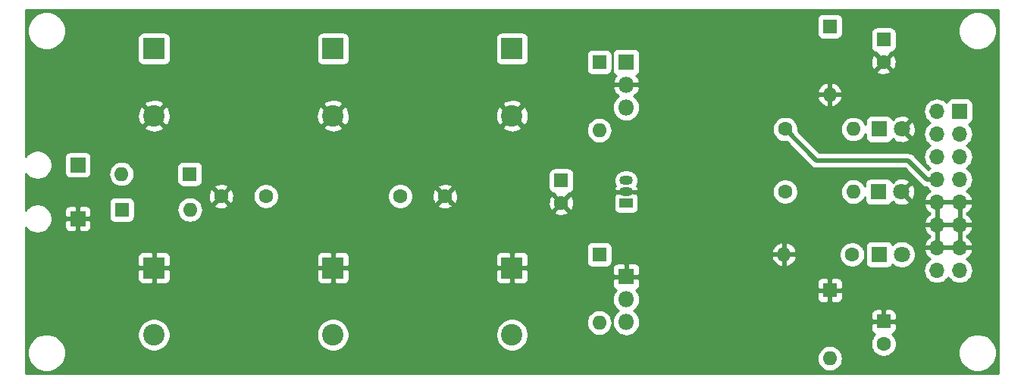
<source format=gbr>
G04 #@! TF.GenerationSoftware,KiCad,Pcbnew,(5.1.4-0-10_14)*
G04 #@! TF.CreationDate,2020-11-07T23:41:15-06:00*
G04 #@! TF.ProjectId,Eurorack_PSU,4575726f-7261-4636-9b5f-5053552e6b69,rev?*
G04 #@! TF.SameCoordinates,Original*
G04 #@! TF.FileFunction,Copper,L1,Top*
G04 #@! TF.FilePolarity,Positive*
%FSLAX46Y46*%
G04 Gerber Fmt 4.6, Leading zero omitted, Abs format (unit mm)*
G04 Created by KiCad (PCBNEW (5.1.4-0-10_14)) date 2020-11-07 23:41:15*
%MOMM*%
%LPD*%
G04 APERTURE LIST*
%ADD10C,1.600000*%
%ADD11R,1.600000X1.600000*%
%ADD12R,1.500000X1.050000*%
%ADD13O,1.500000X1.050000*%
%ADD14O,1.800000X1.800000*%
%ADD15R,1.800000X1.800000*%
%ADD16O,1.600000X1.600000*%
%ADD17R,1.700000X1.700000*%
%ADD18C,1.800000*%
%ADD19C,2.400000*%
%ADD20R,2.400000X2.400000*%
%ADD21O,1.700000X1.700000*%
%ADD22C,0.500000*%
%ADD23C,0.254000*%
G04 APERTURE END LIST*
D10*
X159500000Y-108250000D03*
D11*
X159500000Y-105750000D03*
D10*
X195500000Y-124000000D03*
D11*
X195500000Y-121500000D03*
D10*
X195500000Y-92500000D03*
D11*
X195500000Y-90000000D03*
D12*
X166750000Y-108270000D03*
D13*
X166750000Y-105730000D03*
X166750000Y-107000000D03*
D14*
X166750000Y-121580000D03*
X166750000Y-119040000D03*
D15*
X166750000Y-116500000D03*
D14*
X166750000Y-97580000D03*
X166750000Y-95040000D03*
D15*
X166750000Y-92500000D03*
D16*
X192120000Y-107000000D03*
D10*
X184500000Y-107000000D03*
D16*
X184380000Y-114000000D03*
D10*
X192000000Y-114000000D03*
D16*
X192120000Y-100000000D03*
D10*
X184500000Y-100000000D03*
D17*
X105500000Y-110000000D03*
X105500000Y-104000000D03*
D18*
X197500000Y-107000000D03*
D15*
X194960000Y-107000000D03*
D18*
X197540000Y-114000000D03*
D15*
X195000000Y-114000000D03*
D18*
X197540000Y-100000000D03*
D15*
X195000000Y-100000000D03*
D16*
X189500000Y-125620000D03*
D11*
X189500000Y-118000000D03*
D16*
X189500000Y-96120000D03*
D11*
X189500000Y-88500000D03*
D16*
X163750000Y-121620000D03*
D11*
X163750000Y-114000000D03*
D16*
X163750000Y-100120000D03*
D11*
X163750000Y-92500000D03*
D16*
X118020000Y-109000000D03*
D11*
X110400000Y-109000000D03*
D16*
X110380000Y-105000000D03*
D11*
X118000000Y-105000000D03*
D10*
X126500000Y-107500000D03*
X121500000Y-107500000D03*
X146500000Y-107500000D03*
X141500000Y-107500000D03*
D19*
X154000000Y-123000000D03*
D20*
X154000000Y-115500000D03*
D19*
X154000000Y-98500000D03*
D20*
X154000000Y-91000000D03*
D19*
X134000000Y-123000000D03*
D20*
X134000000Y-115500000D03*
D19*
X134000000Y-98500000D03*
D20*
X134000000Y-91000000D03*
D19*
X114000000Y-123000000D03*
D20*
X114000000Y-115500000D03*
D19*
X114000000Y-98500000D03*
D20*
X114000000Y-91000000D03*
D21*
X201460000Y-115780000D03*
X204000000Y-115780000D03*
X201460000Y-113240000D03*
X204000000Y-113240000D03*
X201460000Y-110700000D03*
X204000000Y-110700000D03*
X201460000Y-108160000D03*
X204000000Y-108160000D03*
X201460000Y-105620000D03*
X204000000Y-105620000D03*
X201460000Y-103080000D03*
X204000000Y-103080000D03*
X201460000Y-100540000D03*
X204000000Y-100540000D03*
X201460000Y-98000000D03*
D17*
X204000000Y-98000000D03*
D22*
X188000000Y-103500000D02*
X184500000Y-100000000D01*
X198250000Y-103500000D02*
X188000000Y-103500000D01*
X200370000Y-105620000D02*
X198250000Y-103500000D01*
X201460000Y-105620000D02*
X200370000Y-105620000D01*
D23*
G36*
X208340001Y-127340000D02*
G01*
X99660000Y-127340000D01*
X99660000Y-124789721D01*
X99865000Y-124789721D01*
X99865000Y-125210279D01*
X99947047Y-125622756D01*
X100107988Y-126011302D01*
X100341637Y-126360983D01*
X100639017Y-126658363D01*
X100988698Y-126892012D01*
X101377244Y-127052953D01*
X101789721Y-127135000D01*
X102210279Y-127135000D01*
X102622756Y-127052953D01*
X103011302Y-126892012D01*
X103360983Y-126658363D01*
X103658363Y-126360983D01*
X103892012Y-126011302D01*
X104052953Y-125622756D01*
X104053501Y-125620000D01*
X188058057Y-125620000D01*
X188085764Y-125901309D01*
X188167818Y-126171808D01*
X188301068Y-126421101D01*
X188480392Y-126639608D01*
X188698899Y-126818932D01*
X188948192Y-126952182D01*
X189218691Y-127034236D01*
X189429508Y-127055000D01*
X189570492Y-127055000D01*
X189781309Y-127034236D01*
X190051808Y-126952182D01*
X190301101Y-126818932D01*
X190519608Y-126639608D01*
X190698932Y-126421101D01*
X190832182Y-126171808D01*
X190914236Y-125901309D01*
X190941943Y-125620000D01*
X190914236Y-125338691D01*
X190832182Y-125068192D01*
X190698932Y-124818899D01*
X190519608Y-124600392D01*
X190301101Y-124421068D01*
X190051808Y-124287818D01*
X189781309Y-124205764D01*
X189570492Y-124185000D01*
X189429508Y-124185000D01*
X189218691Y-124205764D01*
X188948192Y-124287818D01*
X188698899Y-124421068D01*
X188480392Y-124600392D01*
X188301068Y-124818899D01*
X188167818Y-125068192D01*
X188085764Y-125338691D01*
X188058057Y-125620000D01*
X104053501Y-125620000D01*
X104135000Y-125210279D01*
X104135000Y-124789721D01*
X104052953Y-124377244D01*
X103892012Y-123988698D01*
X103658363Y-123639017D01*
X103360983Y-123341637D01*
X103011302Y-123107988D01*
X102622756Y-122947047D01*
X102210279Y-122865000D01*
X101789721Y-122865000D01*
X101377244Y-122947047D01*
X100988698Y-123107988D01*
X100639017Y-123341637D01*
X100341637Y-123639017D01*
X100107988Y-123988698D01*
X99947047Y-124377244D01*
X99865000Y-124789721D01*
X99660000Y-124789721D01*
X99660000Y-122819268D01*
X112165000Y-122819268D01*
X112165000Y-123180732D01*
X112235518Y-123535250D01*
X112373844Y-123869199D01*
X112574662Y-124169744D01*
X112830256Y-124425338D01*
X113130801Y-124626156D01*
X113464750Y-124764482D01*
X113819268Y-124835000D01*
X114180732Y-124835000D01*
X114535250Y-124764482D01*
X114869199Y-124626156D01*
X115169744Y-124425338D01*
X115425338Y-124169744D01*
X115626156Y-123869199D01*
X115764482Y-123535250D01*
X115835000Y-123180732D01*
X115835000Y-122819268D01*
X132165000Y-122819268D01*
X132165000Y-123180732D01*
X132235518Y-123535250D01*
X132373844Y-123869199D01*
X132574662Y-124169744D01*
X132830256Y-124425338D01*
X133130801Y-124626156D01*
X133464750Y-124764482D01*
X133819268Y-124835000D01*
X134180732Y-124835000D01*
X134535250Y-124764482D01*
X134869199Y-124626156D01*
X135169744Y-124425338D01*
X135425338Y-124169744D01*
X135626156Y-123869199D01*
X135764482Y-123535250D01*
X135835000Y-123180732D01*
X135835000Y-122819268D01*
X152165000Y-122819268D01*
X152165000Y-123180732D01*
X152235518Y-123535250D01*
X152373844Y-123869199D01*
X152574662Y-124169744D01*
X152830256Y-124425338D01*
X153130801Y-124626156D01*
X153464750Y-124764482D01*
X153819268Y-124835000D01*
X154180732Y-124835000D01*
X154535250Y-124764482D01*
X154869199Y-124626156D01*
X155169744Y-124425338D01*
X155425338Y-124169744D01*
X155626156Y-123869199D01*
X155764482Y-123535250D01*
X155835000Y-123180732D01*
X155835000Y-122819268D01*
X155764482Y-122464750D01*
X155626156Y-122130801D01*
X155425338Y-121830256D01*
X155215082Y-121620000D01*
X162308057Y-121620000D01*
X162335764Y-121901309D01*
X162417818Y-122171808D01*
X162551068Y-122421101D01*
X162730392Y-122639608D01*
X162948899Y-122818932D01*
X163198192Y-122952182D01*
X163468691Y-123034236D01*
X163679508Y-123055000D01*
X163820492Y-123055000D01*
X164031309Y-123034236D01*
X164301808Y-122952182D01*
X164551101Y-122818932D01*
X164769608Y-122639608D01*
X164948932Y-122421101D01*
X165082182Y-122171808D01*
X165164236Y-121901309D01*
X165191943Y-121620000D01*
X165164236Y-121338691D01*
X165082182Y-121068192D01*
X164948932Y-120818899D01*
X164769608Y-120600392D01*
X164551101Y-120421068D01*
X164301808Y-120287818D01*
X164031309Y-120205764D01*
X163820492Y-120185000D01*
X163679508Y-120185000D01*
X163468691Y-120205764D01*
X163198192Y-120287818D01*
X162948899Y-120421068D01*
X162730392Y-120600392D01*
X162551068Y-120818899D01*
X162417818Y-121068192D01*
X162335764Y-121338691D01*
X162308057Y-121620000D01*
X155215082Y-121620000D01*
X155169744Y-121574662D01*
X154869199Y-121373844D01*
X154535250Y-121235518D01*
X154180732Y-121165000D01*
X153819268Y-121165000D01*
X153464750Y-121235518D01*
X153130801Y-121373844D01*
X152830256Y-121574662D01*
X152574662Y-121830256D01*
X152373844Y-122130801D01*
X152235518Y-122464750D01*
X152165000Y-122819268D01*
X135835000Y-122819268D01*
X135764482Y-122464750D01*
X135626156Y-122130801D01*
X135425338Y-121830256D01*
X135169744Y-121574662D01*
X134869199Y-121373844D01*
X134535250Y-121235518D01*
X134180732Y-121165000D01*
X133819268Y-121165000D01*
X133464750Y-121235518D01*
X133130801Y-121373844D01*
X132830256Y-121574662D01*
X132574662Y-121830256D01*
X132373844Y-122130801D01*
X132235518Y-122464750D01*
X132165000Y-122819268D01*
X115835000Y-122819268D01*
X115764482Y-122464750D01*
X115626156Y-122130801D01*
X115425338Y-121830256D01*
X115169744Y-121574662D01*
X114869199Y-121373844D01*
X114535250Y-121235518D01*
X114180732Y-121165000D01*
X113819268Y-121165000D01*
X113464750Y-121235518D01*
X113130801Y-121373844D01*
X112830256Y-121574662D01*
X112574662Y-121830256D01*
X112373844Y-122130801D01*
X112235518Y-122464750D01*
X112165000Y-122819268D01*
X99660000Y-122819268D01*
X99660000Y-119040000D01*
X165207573Y-119040000D01*
X165237210Y-119340913D01*
X165324983Y-119630261D01*
X165467519Y-119896927D01*
X165659339Y-120130661D01*
X165877865Y-120310000D01*
X165659339Y-120489339D01*
X165467519Y-120723073D01*
X165324983Y-120989739D01*
X165237210Y-121279087D01*
X165207573Y-121580000D01*
X165237210Y-121880913D01*
X165324983Y-122170261D01*
X165467519Y-122436927D01*
X165659339Y-122670661D01*
X165893073Y-122862481D01*
X166159739Y-123005017D01*
X166449087Y-123092790D01*
X166674592Y-123115000D01*
X166825408Y-123115000D01*
X167050913Y-123092790D01*
X167340261Y-123005017D01*
X167606927Y-122862481D01*
X167840661Y-122670661D01*
X168032481Y-122436927D01*
X168105670Y-122300000D01*
X194061928Y-122300000D01*
X194074188Y-122424482D01*
X194110498Y-122544180D01*
X194169463Y-122654494D01*
X194248815Y-122751185D01*
X194345506Y-122830537D01*
X194455820Y-122889502D01*
X194551943Y-122918661D01*
X194385363Y-123085241D01*
X194228320Y-123320273D01*
X194120147Y-123581426D01*
X194065000Y-123858665D01*
X194065000Y-124141335D01*
X194120147Y-124418574D01*
X194228320Y-124679727D01*
X194385363Y-124914759D01*
X194585241Y-125114637D01*
X194820273Y-125271680D01*
X195081426Y-125379853D01*
X195358665Y-125435000D01*
X195641335Y-125435000D01*
X195918574Y-125379853D01*
X196179727Y-125271680D01*
X196414759Y-125114637D01*
X196614637Y-124914759D01*
X196698184Y-124789721D01*
X203865000Y-124789721D01*
X203865000Y-125210279D01*
X203947047Y-125622756D01*
X204107988Y-126011302D01*
X204341637Y-126360983D01*
X204639017Y-126658363D01*
X204988698Y-126892012D01*
X205377244Y-127052953D01*
X205789721Y-127135000D01*
X206210279Y-127135000D01*
X206622756Y-127052953D01*
X207011302Y-126892012D01*
X207360983Y-126658363D01*
X207658363Y-126360983D01*
X207892012Y-126011302D01*
X208052953Y-125622756D01*
X208135000Y-125210279D01*
X208135000Y-124789721D01*
X208052953Y-124377244D01*
X207892012Y-123988698D01*
X207658363Y-123639017D01*
X207360983Y-123341637D01*
X207011302Y-123107988D01*
X206622756Y-122947047D01*
X206210279Y-122865000D01*
X205789721Y-122865000D01*
X205377244Y-122947047D01*
X204988698Y-123107988D01*
X204639017Y-123341637D01*
X204341637Y-123639017D01*
X204107988Y-123988698D01*
X203947047Y-124377244D01*
X203865000Y-124789721D01*
X196698184Y-124789721D01*
X196771680Y-124679727D01*
X196879853Y-124418574D01*
X196935000Y-124141335D01*
X196935000Y-123858665D01*
X196879853Y-123581426D01*
X196771680Y-123320273D01*
X196614637Y-123085241D01*
X196448057Y-122918661D01*
X196544180Y-122889502D01*
X196654494Y-122830537D01*
X196751185Y-122751185D01*
X196830537Y-122654494D01*
X196889502Y-122544180D01*
X196925812Y-122424482D01*
X196938072Y-122300000D01*
X196935000Y-121785750D01*
X196776250Y-121627000D01*
X195627000Y-121627000D01*
X195627000Y-121647000D01*
X195373000Y-121647000D01*
X195373000Y-121627000D01*
X194223750Y-121627000D01*
X194065000Y-121785750D01*
X194061928Y-122300000D01*
X168105670Y-122300000D01*
X168175017Y-122170261D01*
X168262790Y-121880913D01*
X168292427Y-121580000D01*
X168262790Y-121279087D01*
X168175017Y-120989739D01*
X168032481Y-120723073D01*
X168013546Y-120700000D01*
X194061928Y-120700000D01*
X194065000Y-121214250D01*
X194223750Y-121373000D01*
X195373000Y-121373000D01*
X195373000Y-120223750D01*
X195627000Y-120223750D01*
X195627000Y-121373000D01*
X196776250Y-121373000D01*
X196935000Y-121214250D01*
X196938072Y-120700000D01*
X196925812Y-120575518D01*
X196889502Y-120455820D01*
X196830537Y-120345506D01*
X196751185Y-120248815D01*
X196654494Y-120169463D01*
X196544180Y-120110498D01*
X196424482Y-120074188D01*
X196300000Y-120061928D01*
X195785750Y-120065000D01*
X195627000Y-120223750D01*
X195373000Y-120223750D01*
X195214250Y-120065000D01*
X194700000Y-120061928D01*
X194575518Y-120074188D01*
X194455820Y-120110498D01*
X194345506Y-120169463D01*
X194248815Y-120248815D01*
X194169463Y-120345506D01*
X194110498Y-120455820D01*
X194074188Y-120575518D01*
X194061928Y-120700000D01*
X168013546Y-120700000D01*
X167840661Y-120489339D01*
X167622135Y-120310000D01*
X167840661Y-120130661D01*
X168032481Y-119896927D01*
X168175017Y-119630261D01*
X168262790Y-119340913D01*
X168292427Y-119040000D01*
X168268790Y-118800000D01*
X188061928Y-118800000D01*
X188074188Y-118924482D01*
X188110498Y-119044180D01*
X188169463Y-119154494D01*
X188248815Y-119251185D01*
X188345506Y-119330537D01*
X188455820Y-119389502D01*
X188575518Y-119425812D01*
X188700000Y-119438072D01*
X189214250Y-119435000D01*
X189373000Y-119276250D01*
X189373000Y-118127000D01*
X189627000Y-118127000D01*
X189627000Y-119276250D01*
X189785750Y-119435000D01*
X190300000Y-119438072D01*
X190424482Y-119425812D01*
X190544180Y-119389502D01*
X190654494Y-119330537D01*
X190751185Y-119251185D01*
X190830537Y-119154494D01*
X190889502Y-119044180D01*
X190925812Y-118924482D01*
X190938072Y-118800000D01*
X190935000Y-118285750D01*
X190776250Y-118127000D01*
X189627000Y-118127000D01*
X189373000Y-118127000D01*
X188223750Y-118127000D01*
X188065000Y-118285750D01*
X188061928Y-118800000D01*
X168268790Y-118800000D01*
X168262790Y-118739087D01*
X168175017Y-118449739D01*
X168032481Y-118183073D01*
X167877720Y-117994495D01*
X167894180Y-117989502D01*
X168004494Y-117930537D01*
X168101185Y-117851185D01*
X168180537Y-117754494D01*
X168239502Y-117644180D01*
X168275812Y-117524482D01*
X168288072Y-117400000D01*
X168287072Y-117200000D01*
X188061928Y-117200000D01*
X188065000Y-117714250D01*
X188223750Y-117873000D01*
X189373000Y-117873000D01*
X189373000Y-116723750D01*
X189627000Y-116723750D01*
X189627000Y-117873000D01*
X190776250Y-117873000D01*
X190935000Y-117714250D01*
X190938072Y-117200000D01*
X190925812Y-117075518D01*
X190889502Y-116955820D01*
X190830537Y-116845506D01*
X190751185Y-116748815D01*
X190654494Y-116669463D01*
X190544180Y-116610498D01*
X190424482Y-116574188D01*
X190300000Y-116561928D01*
X189785750Y-116565000D01*
X189627000Y-116723750D01*
X189373000Y-116723750D01*
X189214250Y-116565000D01*
X188700000Y-116561928D01*
X188575518Y-116574188D01*
X188455820Y-116610498D01*
X188345506Y-116669463D01*
X188248815Y-116748815D01*
X188169463Y-116845506D01*
X188110498Y-116955820D01*
X188074188Y-117075518D01*
X188061928Y-117200000D01*
X168287072Y-117200000D01*
X168285000Y-116785750D01*
X168126250Y-116627000D01*
X166877000Y-116627000D01*
X166877000Y-116647000D01*
X166623000Y-116647000D01*
X166623000Y-116627000D01*
X165373750Y-116627000D01*
X165215000Y-116785750D01*
X165211928Y-117400000D01*
X165224188Y-117524482D01*
X165260498Y-117644180D01*
X165319463Y-117754494D01*
X165398815Y-117851185D01*
X165495506Y-117930537D01*
X165605820Y-117989502D01*
X165622280Y-117994495D01*
X165467519Y-118183073D01*
X165324983Y-118449739D01*
X165237210Y-118739087D01*
X165207573Y-119040000D01*
X99660000Y-119040000D01*
X99660000Y-116700000D01*
X112161928Y-116700000D01*
X112174188Y-116824482D01*
X112210498Y-116944180D01*
X112269463Y-117054494D01*
X112348815Y-117151185D01*
X112445506Y-117230537D01*
X112555820Y-117289502D01*
X112675518Y-117325812D01*
X112800000Y-117338072D01*
X113714250Y-117335000D01*
X113873000Y-117176250D01*
X113873000Y-115627000D01*
X114127000Y-115627000D01*
X114127000Y-117176250D01*
X114285750Y-117335000D01*
X115200000Y-117338072D01*
X115324482Y-117325812D01*
X115444180Y-117289502D01*
X115554494Y-117230537D01*
X115651185Y-117151185D01*
X115730537Y-117054494D01*
X115789502Y-116944180D01*
X115825812Y-116824482D01*
X115838072Y-116700000D01*
X132161928Y-116700000D01*
X132174188Y-116824482D01*
X132210498Y-116944180D01*
X132269463Y-117054494D01*
X132348815Y-117151185D01*
X132445506Y-117230537D01*
X132555820Y-117289502D01*
X132675518Y-117325812D01*
X132800000Y-117338072D01*
X133714250Y-117335000D01*
X133873000Y-117176250D01*
X133873000Y-115627000D01*
X134127000Y-115627000D01*
X134127000Y-117176250D01*
X134285750Y-117335000D01*
X135200000Y-117338072D01*
X135324482Y-117325812D01*
X135444180Y-117289502D01*
X135554494Y-117230537D01*
X135651185Y-117151185D01*
X135730537Y-117054494D01*
X135789502Y-116944180D01*
X135825812Y-116824482D01*
X135838072Y-116700000D01*
X152161928Y-116700000D01*
X152174188Y-116824482D01*
X152210498Y-116944180D01*
X152269463Y-117054494D01*
X152348815Y-117151185D01*
X152445506Y-117230537D01*
X152555820Y-117289502D01*
X152675518Y-117325812D01*
X152800000Y-117338072D01*
X153714250Y-117335000D01*
X153873000Y-117176250D01*
X153873000Y-115627000D01*
X154127000Y-115627000D01*
X154127000Y-117176250D01*
X154285750Y-117335000D01*
X155200000Y-117338072D01*
X155324482Y-117325812D01*
X155444180Y-117289502D01*
X155554494Y-117230537D01*
X155651185Y-117151185D01*
X155730537Y-117054494D01*
X155789502Y-116944180D01*
X155825812Y-116824482D01*
X155838072Y-116700000D01*
X155835000Y-115785750D01*
X155676250Y-115627000D01*
X154127000Y-115627000D01*
X153873000Y-115627000D01*
X152323750Y-115627000D01*
X152165000Y-115785750D01*
X152161928Y-116700000D01*
X135838072Y-116700000D01*
X135835000Y-115785750D01*
X135676250Y-115627000D01*
X134127000Y-115627000D01*
X133873000Y-115627000D01*
X132323750Y-115627000D01*
X132165000Y-115785750D01*
X132161928Y-116700000D01*
X115838072Y-116700000D01*
X115835000Y-115785750D01*
X115676250Y-115627000D01*
X114127000Y-115627000D01*
X113873000Y-115627000D01*
X112323750Y-115627000D01*
X112165000Y-115785750D01*
X112161928Y-116700000D01*
X99660000Y-116700000D01*
X99660000Y-115600000D01*
X165211928Y-115600000D01*
X165215000Y-116214250D01*
X165373750Y-116373000D01*
X166623000Y-116373000D01*
X166623000Y-115123750D01*
X166877000Y-115123750D01*
X166877000Y-116373000D01*
X168126250Y-116373000D01*
X168285000Y-116214250D01*
X168287171Y-115780000D01*
X199967815Y-115780000D01*
X199996487Y-116071111D01*
X200081401Y-116351034D01*
X200219294Y-116609014D01*
X200404866Y-116835134D01*
X200630986Y-117020706D01*
X200888966Y-117158599D01*
X201168889Y-117243513D01*
X201387050Y-117265000D01*
X201532950Y-117265000D01*
X201751111Y-117243513D01*
X202031034Y-117158599D01*
X202289014Y-117020706D01*
X202515134Y-116835134D01*
X202700706Y-116609014D01*
X202730000Y-116554209D01*
X202759294Y-116609014D01*
X202944866Y-116835134D01*
X203170986Y-117020706D01*
X203428966Y-117158599D01*
X203708889Y-117243513D01*
X203927050Y-117265000D01*
X204072950Y-117265000D01*
X204291111Y-117243513D01*
X204571034Y-117158599D01*
X204829014Y-117020706D01*
X205055134Y-116835134D01*
X205240706Y-116609014D01*
X205378599Y-116351034D01*
X205463513Y-116071111D01*
X205492185Y-115780000D01*
X205463513Y-115488889D01*
X205378599Y-115208966D01*
X205240706Y-114950986D01*
X205055134Y-114724866D01*
X204829014Y-114539294D01*
X204764477Y-114504799D01*
X204881355Y-114435178D01*
X205097588Y-114240269D01*
X205271641Y-114006920D01*
X205396825Y-113744099D01*
X205441476Y-113596890D01*
X205320155Y-113367000D01*
X204127000Y-113367000D01*
X204127000Y-113387000D01*
X203873000Y-113387000D01*
X203873000Y-113367000D01*
X201587000Y-113367000D01*
X201587000Y-113387000D01*
X201333000Y-113387000D01*
X201333000Y-113367000D01*
X200139845Y-113367000D01*
X200018524Y-113596890D01*
X200063175Y-113744099D01*
X200188359Y-114006920D01*
X200362412Y-114240269D01*
X200578645Y-114435178D01*
X200695523Y-114504799D01*
X200630986Y-114539294D01*
X200404866Y-114724866D01*
X200219294Y-114950986D01*
X200081401Y-115208966D01*
X199996487Y-115488889D01*
X199967815Y-115780000D01*
X168287171Y-115780000D01*
X168288072Y-115600000D01*
X168275812Y-115475518D01*
X168239502Y-115355820D01*
X168180537Y-115245506D01*
X168101185Y-115148815D01*
X168004494Y-115069463D01*
X167894180Y-115010498D01*
X167774482Y-114974188D01*
X167650000Y-114961928D01*
X167035750Y-114965000D01*
X166877000Y-115123750D01*
X166623000Y-115123750D01*
X166464250Y-114965000D01*
X165850000Y-114961928D01*
X165725518Y-114974188D01*
X165605820Y-115010498D01*
X165495506Y-115069463D01*
X165398815Y-115148815D01*
X165319463Y-115245506D01*
X165260498Y-115355820D01*
X165224188Y-115475518D01*
X165211928Y-115600000D01*
X99660000Y-115600000D01*
X99660000Y-114300000D01*
X112161928Y-114300000D01*
X112165000Y-115214250D01*
X112323750Y-115373000D01*
X113873000Y-115373000D01*
X113873000Y-113823750D01*
X114127000Y-113823750D01*
X114127000Y-115373000D01*
X115676250Y-115373000D01*
X115835000Y-115214250D01*
X115838072Y-114300000D01*
X132161928Y-114300000D01*
X132165000Y-115214250D01*
X132323750Y-115373000D01*
X133873000Y-115373000D01*
X133873000Y-113823750D01*
X134127000Y-113823750D01*
X134127000Y-115373000D01*
X135676250Y-115373000D01*
X135835000Y-115214250D01*
X135838072Y-114300000D01*
X152161928Y-114300000D01*
X152165000Y-115214250D01*
X152323750Y-115373000D01*
X153873000Y-115373000D01*
X153873000Y-113823750D01*
X154127000Y-113823750D01*
X154127000Y-115373000D01*
X155676250Y-115373000D01*
X155835000Y-115214250D01*
X155838072Y-114300000D01*
X155825812Y-114175518D01*
X155789502Y-114055820D01*
X155730537Y-113945506D01*
X155651185Y-113848815D01*
X155554494Y-113769463D01*
X155444180Y-113710498D01*
X155324482Y-113674188D01*
X155200000Y-113661928D01*
X154285750Y-113665000D01*
X154127000Y-113823750D01*
X153873000Y-113823750D01*
X153714250Y-113665000D01*
X152800000Y-113661928D01*
X152675518Y-113674188D01*
X152555820Y-113710498D01*
X152445506Y-113769463D01*
X152348815Y-113848815D01*
X152269463Y-113945506D01*
X152210498Y-114055820D01*
X152174188Y-114175518D01*
X152161928Y-114300000D01*
X135838072Y-114300000D01*
X135825812Y-114175518D01*
X135789502Y-114055820D01*
X135730537Y-113945506D01*
X135651185Y-113848815D01*
X135554494Y-113769463D01*
X135444180Y-113710498D01*
X135324482Y-113674188D01*
X135200000Y-113661928D01*
X134285750Y-113665000D01*
X134127000Y-113823750D01*
X133873000Y-113823750D01*
X133714250Y-113665000D01*
X132800000Y-113661928D01*
X132675518Y-113674188D01*
X132555820Y-113710498D01*
X132445506Y-113769463D01*
X132348815Y-113848815D01*
X132269463Y-113945506D01*
X132210498Y-114055820D01*
X132174188Y-114175518D01*
X132161928Y-114300000D01*
X115838072Y-114300000D01*
X115825812Y-114175518D01*
X115789502Y-114055820D01*
X115730537Y-113945506D01*
X115651185Y-113848815D01*
X115554494Y-113769463D01*
X115444180Y-113710498D01*
X115324482Y-113674188D01*
X115200000Y-113661928D01*
X114285750Y-113665000D01*
X114127000Y-113823750D01*
X113873000Y-113823750D01*
X113714250Y-113665000D01*
X112800000Y-113661928D01*
X112675518Y-113674188D01*
X112555820Y-113710498D01*
X112445506Y-113769463D01*
X112348815Y-113848815D01*
X112269463Y-113945506D01*
X112210498Y-114055820D01*
X112174188Y-114175518D01*
X112161928Y-114300000D01*
X99660000Y-114300000D01*
X99660000Y-113200000D01*
X162311928Y-113200000D01*
X162311928Y-114800000D01*
X162324188Y-114924482D01*
X162360498Y-115044180D01*
X162419463Y-115154494D01*
X162498815Y-115251185D01*
X162595506Y-115330537D01*
X162705820Y-115389502D01*
X162825518Y-115425812D01*
X162950000Y-115438072D01*
X164550000Y-115438072D01*
X164674482Y-115425812D01*
X164794180Y-115389502D01*
X164904494Y-115330537D01*
X165001185Y-115251185D01*
X165080537Y-115154494D01*
X165139502Y-115044180D01*
X165175812Y-114924482D01*
X165188072Y-114800000D01*
X165188072Y-114349039D01*
X182988096Y-114349039D01*
X183028754Y-114483087D01*
X183148963Y-114737420D01*
X183316481Y-114963414D01*
X183524869Y-115152385D01*
X183766119Y-115297070D01*
X184030960Y-115391909D01*
X184253000Y-115270624D01*
X184253000Y-114127000D01*
X184507000Y-114127000D01*
X184507000Y-115270624D01*
X184729040Y-115391909D01*
X184993881Y-115297070D01*
X185235131Y-115152385D01*
X185443519Y-114963414D01*
X185611037Y-114737420D01*
X185731246Y-114483087D01*
X185771904Y-114349039D01*
X185649915Y-114127000D01*
X184507000Y-114127000D01*
X184253000Y-114127000D01*
X183110085Y-114127000D01*
X182988096Y-114349039D01*
X165188072Y-114349039D01*
X165188072Y-113650961D01*
X182988096Y-113650961D01*
X183110085Y-113873000D01*
X184253000Y-113873000D01*
X184253000Y-112729376D01*
X184507000Y-112729376D01*
X184507000Y-113873000D01*
X185649915Y-113873000D01*
X185657790Y-113858665D01*
X190565000Y-113858665D01*
X190565000Y-114141335D01*
X190620147Y-114418574D01*
X190728320Y-114679727D01*
X190885363Y-114914759D01*
X191085241Y-115114637D01*
X191320273Y-115271680D01*
X191581426Y-115379853D01*
X191858665Y-115435000D01*
X192141335Y-115435000D01*
X192418574Y-115379853D01*
X192679727Y-115271680D01*
X192914759Y-115114637D01*
X193114637Y-114914759D01*
X193271680Y-114679727D01*
X193379853Y-114418574D01*
X193435000Y-114141335D01*
X193435000Y-113858665D01*
X193379853Y-113581426D01*
X193271680Y-113320273D01*
X193124499Y-113100000D01*
X193461928Y-113100000D01*
X193461928Y-114900000D01*
X193474188Y-115024482D01*
X193510498Y-115144180D01*
X193569463Y-115254494D01*
X193648815Y-115351185D01*
X193745506Y-115430537D01*
X193855820Y-115489502D01*
X193975518Y-115525812D01*
X194100000Y-115538072D01*
X195900000Y-115538072D01*
X196024482Y-115525812D01*
X196144180Y-115489502D01*
X196254494Y-115430537D01*
X196351185Y-115351185D01*
X196430537Y-115254494D01*
X196489502Y-115144180D01*
X196495056Y-115125873D01*
X196561495Y-115192312D01*
X196812905Y-115360299D01*
X197092257Y-115476011D01*
X197388816Y-115535000D01*
X197691184Y-115535000D01*
X197987743Y-115476011D01*
X198267095Y-115360299D01*
X198518505Y-115192312D01*
X198732312Y-114978505D01*
X198900299Y-114727095D01*
X199016011Y-114447743D01*
X199075000Y-114151184D01*
X199075000Y-113848816D01*
X199016011Y-113552257D01*
X198900299Y-113272905D01*
X198732312Y-113021495D01*
X198518505Y-112807688D01*
X198267095Y-112639701D01*
X197987743Y-112523989D01*
X197691184Y-112465000D01*
X197388816Y-112465000D01*
X197092257Y-112523989D01*
X196812905Y-112639701D01*
X196561495Y-112807688D01*
X196495056Y-112874127D01*
X196489502Y-112855820D01*
X196430537Y-112745506D01*
X196351185Y-112648815D01*
X196254494Y-112569463D01*
X196144180Y-112510498D01*
X196024482Y-112474188D01*
X195900000Y-112461928D01*
X194100000Y-112461928D01*
X193975518Y-112474188D01*
X193855820Y-112510498D01*
X193745506Y-112569463D01*
X193648815Y-112648815D01*
X193569463Y-112745506D01*
X193510498Y-112855820D01*
X193474188Y-112975518D01*
X193461928Y-113100000D01*
X193124499Y-113100000D01*
X193114637Y-113085241D01*
X192914759Y-112885363D01*
X192679727Y-112728320D01*
X192418574Y-112620147D01*
X192141335Y-112565000D01*
X191858665Y-112565000D01*
X191581426Y-112620147D01*
X191320273Y-112728320D01*
X191085241Y-112885363D01*
X190885363Y-113085241D01*
X190728320Y-113320273D01*
X190620147Y-113581426D01*
X190565000Y-113858665D01*
X185657790Y-113858665D01*
X185771904Y-113650961D01*
X185731246Y-113516913D01*
X185611037Y-113262580D01*
X185443519Y-113036586D01*
X185235131Y-112847615D01*
X184993881Y-112702930D01*
X184729040Y-112608091D01*
X184507000Y-112729376D01*
X184253000Y-112729376D01*
X184030960Y-112608091D01*
X183766119Y-112702930D01*
X183524869Y-112847615D01*
X183316481Y-113036586D01*
X183148963Y-113262580D01*
X183028754Y-113516913D01*
X182988096Y-113650961D01*
X165188072Y-113650961D01*
X165188072Y-113200000D01*
X165175812Y-113075518D01*
X165139502Y-112955820D01*
X165080537Y-112845506D01*
X165001185Y-112748815D01*
X164904494Y-112669463D01*
X164794180Y-112610498D01*
X164674482Y-112574188D01*
X164550000Y-112561928D01*
X162950000Y-112561928D01*
X162825518Y-112574188D01*
X162705820Y-112610498D01*
X162595506Y-112669463D01*
X162498815Y-112748815D01*
X162419463Y-112845506D01*
X162360498Y-112955820D01*
X162324188Y-113075518D01*
X162311928Y-113200000D01*
X99660000Y-113200000D01*
X99660000Y-110937470D01*
X99730013Y-111042252D01*
X99957748Y-111269987D01*
X100225537Y-111448918D01*
X100523088Y-111572168D01*
X100838967Y-111635000D01*
X101161033Y-111635000D01*
X101476912Y-111572168D01*
X101774463Y-111448918D01*
X102042252Y-111269987D01*
X102269987Y-111042252D01*
X102398445Y-110850000D01*
X104011928Y-110850000D01*
X104024188Y-110974482D01*
X104060498Y-111094180D01*
X104119463Y-111204494D01*
X104198815Y-111301185D01*
X104295506Y-111380537D01*
X104405820Y-111439502D01*
X104525518Y-111475812D01*
X104650000Y-111488072D01*
X105214250Y-111485000D01*
X105373000Y-111326250D01*
X105373000Y-110127000D01*
X105627000Y-110127000D01*
X105627000Y-111326250D01*
X105785750Y-111485000D01*
X106350000Y-111488072D01*
X106474482Y-111475812D01*
X106594180Y-111439502D01*
X106704494Y-111380537D01*
X106801185Y-111301185D01*
X106880537Y-111204494D01*
X106939502Y-111094180D01*
X106950813Y-111056890D01*
X200018524Y-111056890D01*
X200063175Y-111204099D01*
X200188359Y-111466920D01*
X200362412Y-111700269D01*
X200578645Y-111895178D01*
X200704255Y-111970000D01*
X200578645Y-112044822D01*
X200362412Y-112239731D01*
X200188359Y-112473080D01*
X200063175Y-112735901D01*
X200018524Y-112883110D01*
X200139845Y-113113000D01*
X201333000Y-113113000D01*
X201333000Y-110827000D01*
X201587000Y-110827000D01*
X201587000Y-113113000D01*
X203873000Y-113113000D01*
X203873000Y-110827000D01*
X204127000Y-110827000D01*
X204127000Y-113113000D01*
X205320155Y-113113000D01*
X205441476Y-112883110D01*
X205396825Y-112735901D01*
X205271641Y-112473080D01*
X205097588Y-112239731D01*
X204881355Y-112044822D01*
X204755745Y-111970000D01*
X204881355Y-111895178D01*
X205097588Y-111700269D01*
X205271641Y-111466920D01*
X205396825Y-111204099D01*
X205441476Y-111056890D01*
X205320155Y-110827000D01*
X204127000Y-110827000D01*
X203873000Y-110827000D01*
X201587000Y-110827000D01*
X201333000Y-110827000D01*
X200139845Y-110827000D01*
X200018524Y-111056890D01*
X106950813Y-111056890D01*
X106975812Y-110974482D01*
X106988072Y-110850000D01*
X106985000Y-110285750D01*
X106826250Y-110127000D01*
X105627000Y-110127000D01*
X105373000Y-110127000D01*
X104173750Y-110127000D01*
X104015000Y-110285750D01*
X104011928Y-110850000D01*
X102398445Y-110850000D01*
X102448918Y-110774463D01*
X102572168Y-110476912D01*
X102635000Y-110161033D01*
X102635000Y-109838967D01*
X102572168Y-109523088D01*
X102448918Y-109225537D01*
X102398446Y-109150000D01*
X104011928Y-109150000D01*
X104015000Y-109714250D01*
X104173750Y-109873000D01*
X105373000Y-109873000D01*
X105373000Y-108673750D01*
X105627000Y-108673750D01*
X105627000Y-109873000D01*
X106826250Y-109873000D01*
X106985000Y-109714250D01*
X106988072Y-109150000D01*
X106975812Y-109025518D01*
X106939502Y-108905820D01*
X106880537Y-108795506D01*
X106801185Y-108698815D01*
X106704494Y-108619463D01*
X106594180Y-108560498D01*
X106474482Y-108524188D01*
X106350000Y-108511928D01*
X105785750Y-108515000D01*
X105627000Y-108673750D01*
X105373000Y-108673750D01*
X105214250Y-108515000D01*
X104650000Y-108511928D01*
X104525518Y-108524188D01*
X104405820Y-108560498D01*
X104295506Y-108619463D01*
X104198815Y-108698815D01*
X104119463Y-108795506D01*
X104060498Y-108905820D01*
X104024188Y-109025518D01*
X104011928Y-109150000D01*
X102398446Y-109150000D01*
X102269987Y-108957748D01*
X102042252Y-108730013D01*
X101774463Y-108551082D01*
X101476912Y-108427832D01*
X101161033Y-108365000D01*
X100838967Y-108365000D01*
X100523088Y-108427832D01*
X100225537Y-108551082D01*
X99957748Y-108730013D01*
X99730013Y-108957748D01*
X99660000Y-109062530D01*
X99660000Y-108200000D01*
X108961928Y-108200000D01*
X108961928Y-109800000D01*
X108974188Y-109924482D01*
X109010498Y-110044180D01*
X109069463Y-110154494D01*
X109148815Y-110251185D01*
X109245506Y-110330537D01*
X109355820Y-110389502D01*
X109475518Y-110425812D01*
X109600000Y-110438072D01*
X111200000Y-110438072D01*
X111324482Y-110425812D01*
X111444180Y-110389502D01*
X111554494Y-110330537D01*
X111651185Y-110251185D01*
X111730537Y-110154494D01*
X111789502Y-110044180D01*
X111825812Y-109924482D01*
X111838072Y-109800000D01*
X111838072Y-109000000D01*
X116578057Y-109000000D01*
X116605764Y-109281309D01*
X116687818Y-109551808D01*
X116821068Y-109801101D01*
X117000392Y-110019608D01*
X117218899Y-110198932D01*
X117468192Y-110332182D01*
X117738691Y-110414236D01*
X117949508Y-110435000D01*
X118090492Y-110435000D01*
X118301309Y-110414236D01*
X118571808Y-110332182D01*
X118821101Y-110198932D01*
X119039608Y-110019608D01*
X119218932Y-109801101D01*
X119352182Y-109551808D01*
X119434236Y-109281309D01*
X119438038Y-109242702D01*
X158686903Y-109242702D01*
X158758486Y-109486671D01*
X159013996Y-109607571D01*
X159288184Y-109676300D01*
X159570512Y-109690217D01*
X159850130Y-109648787D01*
X160116292Y-109553603D01*
X160241514Y-109486671D01*
X160313097Y-109242702D01*
X159500000Y-108429605D01*
X158686903Y-109242702D01*
X119438038Y-109242702D01*
X119461943Y-109000000D01*
X119434236Y-108718691D01*
X119365684Y-108492702D01*
X120686903Y-108492702D01*
X120758486Y-108736671D01*
X121013996Y-108857571D01*
X121288184Y-108926300D01*
X121570512Y-108940217D01*
X121850130Y-108898787D01*
X122116292Y-108803603D01*
X122241514Y-108736671D01*
X122313097Y-108492702D01*
X121500000Y-107679605D01*
X120686903Y-108492702D01*
X119365684Y-108492702D01*
X119352182Y-108448192D01*
X119218932Y-108198899D01*
X119039608Y-107980392D01*
X118821101Y-107801068D01*
X118571808Y-107667818D01*
X118301309Y-107585764D01*
X118146456Y-107570512D01*
X120059783Y-107570512D01*
X120101213Y-107850130D01*
X120196397Y-108116292D01*
X120263329Y-108241514D01*
X120507298Y-108313097D01*
X121320395Y-107500000D01*
X121679605Y-107500000D01*
X122492702Y-108313097D01*
X122736671Y-108241514D01*
X122857571Y-107986004D01*
X122926300Y-107711816D01*
X122940217Y-107429488D01*
X122929724Y-107358665D01*
X125065000Y-107358665D01*
X125065000Y-107641335D01*
X125120147Y-107918574D01*
X125228320Y-108179727D01*
X125385363Y-108414759D01*
X125585241Y-108614637D01*
X125820273Y-108771680D01*
X126081426Y-108879853D01*
X126358665Y-108935000D01*
X126641335Y-108935000D01*
X126918574Y-108879853D01*
X127179727Y-108771680D01*
X127414759Y-108614637D01*
X127614637Y-108414759D01*
X127771680Y-108179727D01*
X127879853Y-107918574D01*
X127935000Y-107641335D01*
X127935000Y-107358665D01*
X140065000Y-107358665D01*
X140065000Y-107641335D01*
X140120147Y-107918574D01*
X140228320Y-108179727D01*
X140385363Y-108414759D01*
X140585241Y-108614637D01*
X140820273Y-108771680D01*
X141081426Y-108879853D01*
X141358665Y-108935000D01*
X141641335Y-108935000D01*
X141918574Y-108879853D01*
X142179727Y-108771680D01*
X142414759Y-108614637D01*
X142536694Y-108492702D01*
X145686903Y-108492702D01*
X145758486Y-108736671D01*
X146013996Y-108857571D01*
X146288184Y-108926300D01*
X146570512Y-108940217D01*
X146850130Y-108898787D01*
X147116292Y-108803603D01*
X147241514Y-108736671D01*
X147313097Y-108492702D01*
X147140907Y-108320512D01*
X158059783Y-108320512D01*
X158101213Y-108600130D01*
X158196397Y-108866292D01*
X158263329Y-108991514D01*
X158507298Y-109063097D01*
X159320395Y-108250000D01*
X159679605Y-108250000D01*
X160492702Y-109063097D01*
X160736671Y-108991514D01*
X160857571Y-108736004D01*
X160926300Y-108461816D01*
X160940217Y-108179488D01*
X160898787Y-107899870D01*
X160843403Y-107745000D01*
X165361928Y-107745000D01*
X165361928Y-108795000D01*
X165374188Y-108919482D01*
X165410498Y-109039180D01*
X165469463Y-109149494D01*
X165548815Y-109246185D01*
X165645506Y-109325537D01*
X165755820Y-109384502D01*
X165875518Y-109420812D01*
X166000000Y-109433072D01*
X167500000Y-109433072D01*
X167624482Y-109420812D01*
X167744180Y-109384502D01*
X167854494Y-109325537D01*
X167951185Y-109246185D01*
X168030537Y-109149494D01*
X168089502Y-109039180D01*
X168125812Y-108919482D01*
X168138072Y-108795000D01*
X168138072Y-107745000D01*
X168125812Y-107620518D01*
X168089502Y-107500820D01*
X168054824Y-107435943D01*
X168085272Y-107367337D01*
X168093964Y-107305810D01*
X167968163Y-107127000D01*
X167650235Y-107127000D01*
X167624482Y-107119188D01*
X167500000Y-107106928D01*
X166000000Y-107106928D01*
X165875518Y-107119188D01*
X165849765Y-107127000D01*
X165531837Y-107127000D01*
X165406036Y-107305810D01*
X165414728Y-107367337D01*
X165445176Y-107435943D01*
X165410498Y-107500820D01*
X165374188Y-107620518D01*
X165361928Y-107745000D01*
X160843403Y-107745000D01*
X160803603Y-107633708D01*
X160736671Y-107508486D01*
X160492702Y-107436903D01*
X159679605Y-108250000D01*
X159320395Y-108250000D01*
X158507298Y-107436903D01*
X158263329Y-107508486D01*
X158142429Y-107763996D01*
X158073700Y-108038184D01*
X158059783Y-108320512D01*
X147140907Y-108320512D01*
X146500000Y-107679605D01*
X145686903Y-108492702D01*
X142536694Y-108492702D01*
X142614637Y-108414759D01*
X142771680Y-108179727D01*
X142879853Y-107918574D01*
X142935000Y-107641335D01*
X142935000Y-107570512D01*
X145059783Y-107570512D01*
X145101213Y-107850130D01*
X145196397Y-108116292D01*
X145263329Y-108241514D01*
X145507298Y-108313097D01*
X146320395Y-107500000D01*
X146679605Y-107500000D01*
X147492702Y-108313097D01*
X147736671Y-108241514D01*
X147857571Y-107986004D01*
X147926300Y-107711816D01*
X147940217Y-107429488D01*
X147898787Y-107149870D01*
X147803603Y-106883708D01*
X147736671Y-106758486D01*
X147492702Y-106686903D01*
X146679605Y-107500000D01*
X146320395Y-107500000D01*
X145507298Y-106686903D01*
X145263329Y-106758486D01*
X145142429Y-107013996D01*
X145073700Y-107288184D01*
X145059783Y-107570512D01*
X142935000Y-107570512D01*
X142935000Y-107358665D01*
X142879853Y-107081426D01*
X142771680Y-106820273D01*
X142614637Y-106585241D01*
X142536694Y-106507298D01*
X145686903Y-106507298D01*
X146500000Y-107320395D01*
X147313097Y-106507298D01*
X147241514Y-106263329D01*
X146986004Y-106142429D01*
X146711816Y-106073700D01*
X146429488Y-106059783D01*
X146149870Y-106101213D01*
X145883708Y-106196397D01*
X145758486Y-106263329D01*
X145686903Y-106507298D01*
X142536694Y-106507298D01*
X142414759Y-106385363D01*
X142179727Y-106228320D01*
X141918574Y-106120147D01*
X141641335Y-106065000D01*
X141358665Y-106065000D01*
X141081426Y-106120147D01*
X140820273Y-106228320D01*
X140585241Y-106385363D01*
X140385363Y-106585241D01*
X140228320Y-106820273D01*
X140120147Y-107081426D01*
X140065000Y-107358665D01*
X127935000Y-107358665D01*
X127879853Y-107081426D01*
X127771680Y-106820273D01*
X127614637Y-106585241D01*
X127414759Y-106385363D01*
X127179727Y-106228320D01*
X126918574Y-106120147D01*
X126641335Y-106065000D01*
X126358665Y-106065000D01*
X126081426Y-106120147D01*
X125820273Y-106228320D01*
X125585241Y-106385363D01*
X125385363Y-106585241D01*
X125228320Y-106820273D01*
X125120147Y-107081426D01*
X125065000Y-107358665D01*
X122929724Y-107358665D01*
X122898787Y-107149870D01*
X122803603Y-106883708D01*
X122736671Y-106758486D01*
X122492702Y-106686903D01*
X121679605Y-107500000D01*
X121320395Y-107500000D01*
X120507298Y-106686903D01*
X120263329Y-106758486D01*
X120142429Y-107013996D01*
X120073700Y-107288184D01*
X120059783Y-107570512D01*
X118146456Y-107570512D01*
X118090492Y-107565000D01*
X117949508Y-107565000D01*
X117738691Y-107585764D01*
X117468192Y-107667818D01*
X117218899Y-107801068D01*
X117000392Y-107980392D01*
X116821068Y-108198899D01*
X116687818Y-108448192D01*
X116605764Y-108718691D01*
X116578057Y-109000000D01*
X111838072Y-109000000D01*
X111838072Y-108200000D01*
X111825812Y-108075518D01*
X111789502Y-107955820D01*
X111730537Y-107845506D01*
X111651185Y-107748815D01*
X111554494Y-107669463D01*
X111444180Y-107610498D01*
X111324482Y-107574188D01*
X111200000Y-107561928D01*
X109600000Y-107561928D01*
X109475518Y-107574188D01*
X109355820Y-107610498D01*
X109245506Y-107669463D01*
X109148815Y-107748815D01*
X109069463Y-107845506D01*
X109010498Y-107955820D01*
X108974188Y-108075518D01*
X108961928Y-108200000D01*
X99660000Y-108200000D01*
X99660000Y-106507298D01*
X120686903Y-106507298D01*
X121500000Y-107320395D01*
X122313097Y-106507298D01*
X122241514Y-106263329D01*
X121986004Y-106142429D01*
X121711816Y-106073700D01*
X121429488Y-106059783D01*
X121149870Y-106101213D01*
X120883708Y-106196397D01*
X120758486Y-106263329D01*
X120686903Y-106507298D01*
X99660000Y-106507298D01*
X99660000Y-104937470D01*
X99730013Y-105042252D01*
X99957748Y-105269987D01*
X100225537Y-105448918D01*
X100523088Y-105572168D01*
X100838967Y-105635000D01*
X101161033Y-105635000D01*
X101476912Y-105572168D01*
X101774463Y-105448918D01*
X102042252Y-105269987D01*
X102269987Y-105042252D01*
X102448918Y-104774463D01*
X102572168Y-104476912D01*
X102635000Y-104161033D01*
X102635000Y-103838967D01*
X102572168Y-103523088D01*
X102448918Y-103225537D01*
X102398446Y-103150000D01*
X104011928Y-103150000D01*
X104011928Y-104850000D01*
X104024188Y-104974482D01*
X104060498Y-105094180D01*
X104119463Y-105204494D01*
X104198815Y-105301185D01*
X104295506Y-105380537D01*
X104405820Y-105439502D01*
X104525518Y-105475812D01*
X104650000Y-105488072D01*
X106350000Y-105488072D01*
X106474482Y-105475812D01*
X106594180Y-105439502D01*
X106704494Y-105380537D01*
X106801185Y-105301185D01*
X106880537Y-105204494D01*
X106939502Y-105094180D01*
X106968071Y-105000000D01*
X108938057Y-105000000D01*
X108965764Y-105281309D01*
X109047818Y-105551808D01*
X109181068Y-105801101D01*
X109360392Y-106019608D01*
X109578899Y-106198932D01*
X109828192Y-106332182D01*
X110098691Y-106414236D01*
X110309508Y-106435000D01*
X110450492Y-106435000D01*
X110661309Y-106414236D01*
X110931808Y-106332182D01*
X111181101Y-106198932D01*
X111399608Y-106019608D01*
X111578932Y-105801101D01*
X111712182Y-105551808D01*
X111794236Y-105281309D01*
X111821943Y-105000000D01*
X111794236Y-104718691D01*
X111712182Y-104448192D01*
X111579521Y-104200000D01*
X116561928Y-104200000D01*
X116561928Y-105800000D01*
X116574188Y-105924482D01*
X116610498Y-106044180D01*
X116669463Y-106154494D01*
X116748815Y-106251185D01*
X116845506Y-106330537D01*
X116955820Y-106389502D01*
X117075518Y-106425812D01*
X117200000Y-106438072D01*
X118800000Y-106438072D01*
X118924482Y-106425812D01*
X119044180Y-106389502D01*
X119154494Y-106330537D01*
X119251185Y-106251185D01*
X119330537Y-106154494D01*
X119389502Y-106044180D01*
X119425812Y-105924482D01*
X119438072Y-105800000D01*
X119438072Y-104950000D01*
X158061928Y-104950000D01*
X158061928Y-106550000D01*
X158074188Y-106674482D01*
X158110498Y-106794180D01*
X158169463Y-106904494D01*
X158248815Y-107001185D01*
X158345506Y-107080537D01*
X158455820Y-107139502D01*
X158575518Y-107175812D01*
X158700000Y-107188072D01*
X158707215Y-107188072D01*
X158686903Y-107257298D01*
X159500000Y-108070395D01*
X160313097Y-107257298D01*
X160292785Y-107188072D01*
X160300000Y-107188072D01*
X160424482Y-107175812D01*
X160544180Y-107139502D01*
X160654494Y-107080537D01*
X160751185Y-107001185D01*
X160830537Y-106904494D01*
X160889502Y-106794180D01*
X160925812Y-106674482D01*
X160938072Y-106550000D01*
X160938072Y-105730000D01*
X165359388Y-105730000D01*
X165381785Y-105957400D01*
X165448115Y-106176060D01*
X165548929Y-106364669D01*
X165507725Y-106423118D01*
X165414728Y-106632663D01*
X165406036Y-106694190D01*
X165531837Y-106873000D01*
X166296891Y-106873000D01*
X166297600Y-106873215D01*
X166468021Y-106890000D01*
X167031979Y-106890000D01*
X167202400Y-106873215D01*
X167203109Y-106873000D01*
X167968163Y-106873000D01*
X167978248Y-106858665D01*
X183065000Y-106858665D01*
X183065000Y-107141335D01*
X183120147Y-107418574D01*
X183228320Y-107679727D01*
X183385363Y-107914759D01*
X183585241Y-108114637D01*
X183820273Y-108271680D01*
X184081426Y-108379853D01*
X184358665Y-108435000D01*
X184641335Y-108435000D01*
X184918574Y-108379853D01*
X185179727Y-108271680D01*
X185414759Y-108114637D01*
X185614637Y-107914759D01*
X185771680Y-107679727D01*
X185879853Y-107418574D01*
X185935000Y-107141335D01*
X185935000Y-107000000D01*
X190678057Y-107000000D01*
X190705764Y-107281309D01*
X190787818Y-107551808D01*
X190921068Y-107801101D01*
X191100392Y-108019608D01*
X191318899Y-108198932D01*
X191568192Y-108332182D01*
X191838691Y-108414236D01*
X192049508Y-108435000D01*
X192190492Y-108435000D01*
X192401309Y-108414236D01*
X192671808Y-108332182D01*
X192921101Y-108198932D01*
X193139608Y-108019608D01*
X193318932Y-107801101D01*
X193421928Y-107608409D01*
X193421928Y-107900000D01*
X193434188Y-108024482D01*
X193470498Y-108144180D01*
X193529463Y-108254494D01*
X193608815Y-108351185D01*
X193705506Y-108430537D01*
X193815820Y-108489502D01*
X193935518Y-108525812D01*
X194060000Y-108538072D01*
X195860000Y-108538072D01*
X195984482Y-108525812D01*
X196104180Y-108489502D01*
X196214494Y-108430537D01*
X196311185Y-108351185D01*
X196390537Y-108254494D01*
X196449502Y-108144180D01*
X196452813Y-108133265D01*
X196499578Y-108180030D01*
X196615526Y-108064082D01*
X196699208Y-108318261D01*
X196971775Y-108449158D01*
X197264642Y-108524365D01*
X197566553Y-108540991D01*
X197735936Y-108516890D01*
X200018524Y-108516890D01*
X200063175Y-108664099D01*
X200188359Y-108926920D01*
X200362412Y-109160269D01*
X200578645Y-109355178D01*
X200704255Y-109430000D01*
X200578645Y-109504822D01*
X200362412Y-109699731D01*
X200188359Y-109933080D01*
X200063175Y-110195901D01*
X200018524Y-110343110D01*
X200139845Y-110573000D01*
X201333000Y-110573000D01*
X201333000Y-108287000D01*
X201587000Y-108287000D01*
X201587000Y-110573000D01*
X203873000Y-110573000D01*
X203873000Y-108287000D01*
X204127000Y-108287000D01*
X204127000Y-110573000D01*
X205320155Y-110573000D01*
X205441476Y-110343110D01*
X205396825Y-110195901D01*
X205271641Y-109933080D01*
X205097588Y-109699731D01*
X204881355Y-109504822D01*
X204755745Y-109430000D01*
X204881355Y-109355178D01*
X205097588Y-109160269D01*
X205271641Y-108926920D01*
X205396825Y-108664099D01*
X205441476Y-108516890D01*
X205320155Y-108287000D01*
X204127000Y-108287000D01*
X203873000Y-108287000D01*
X201587000Y-108287000D01*
X201333000Y-108287000D01*
X200139845Y-108287000D01*
X200018524Y-108516890D01*
X197735936Y-108516890D01*
X197865907Y-108498397D01*
X198151199Y-108398222D01*
X198300792Y-108318261D01*
X198384475Y-108064080D01*
X197500000Y-107179605D01*
X197485858Y-107193748D01*
X197306253Y-107014143D01*
X197320395Y-107000000D01*
X197679605Y-107000000D01*
X198564080Y-107884475D01*
X198818261Y-107800792D01*
X198949158Y-107528225D01*
X199024365Y-107235358D01*
X199040991Y-106933447D01*
X198998397Y-106634093D01*
X198898222Y-106348801D01*
X198818261Y-106199208D01*
X198564080Y-106115525D01*
X197679605Y-107000000D01*
X197320395Y-107000000D01*
X197306253Y-106985858D01*
X197485858Y-106806253D01*
X197500000Y-106820395D01*
X198384475Y-105935920D01*
X198300792Y-105681739D01*
X198028225Y-105550842D01*
X197735358Y-105475635D01*
X197433447Y-105459009D01*
X197134093Y-105501603D01*
X196848801Y-105601778D01*
X196699208Y-105681739D01*
X196615526Y-105935918D01*
X196499578Y-105819970D01*
X196452813Y-105866735D01*
X196449502Y-105855820D01*
X196390537Y-105745506D01*
X196311185Y-105648815D01*
X196214494Y-105569463D01*
X196104180Y-105510498D01*
X195984482Y-105474188D01*
X195860000Y-105461928D01*
X194060000Y-105461928D01*
X193935518Y-105474188D01*
X193815820Y-105510498D01*
X193705506Y-105569463D01*
X193608815Y-105648815D01*
X193529463Y-105745506D01*
X193470498Y-105855820D01*
X193434188Y-105975518D01*
X193421928Y-106100000D01*
X193421928Y-106391591D01*
X193318932Y-106198899D01*
X193139608Y-105980392D01*
X192921101Y-105801068D01*
X192671808Y-105667818D01*
X192401309Y-105585764D01*
X192190492Y-105565000D01*
X192049508Y-105565000D01*
X191838691Y-105585764D01*
X191568192Y-105667818D01*
X191318899Y-105801068D01*
X191100392Y-105980392D01*
X190921068Y-106198899D01*
X190787818Y-106448192D01*
X190705764Y-106718691D01*
X190678057Y-107000000D01*
X185935000Y-107000000D01*
X185935000Y-106858665D01*
X185879853Y-106581426D01*
X185771680Y-106320273D01*
X185614637Y-106085241D01*
X185414759Y-105885363D01*
X185179727Y-105728320D01*
X184918574Y-105620147D01*
X184641335Y-105565000D01*
X184358665Y-105565000D01*
X184081426Y-105620147D01*
X183820273Y-105728320D01*
X183585241Y-105885363D01*
X183385363Y-106085241D01*
X183228320Y-106320273D01*
X183120147Y-106581426D01*
X183065000Y-106858665D01*
X167978248Y-106858665D01*
X168093964Y-106694190D01*
X168085272Y-106632663D01*
X167992275Y-106423118D01*
X167951071Y-106364669D01*
X168051885Y-106176060D01*
X168118215Y-105957400D01*
X168140612Y-105730000D01*
X168118215Y-105502600D01*
X168051885Y-105283940D01*
X167944171Y-105082421D01*
X167799212Y-104905788D01*
X167622579Y-104760829D01*
X167421060Y-104653115D01*
X167202400Y-104586785D01*
X167031979Y-104570000D01*
X166468021Y-104570000D01*
X166297600Y-104586785D01*
X166078940Y-104653115D01*
X165877421Y-104760829D01*
X165700788Y-104905788D01*
X165555829Y-105082421D01*
X165448115Y-105283940D01*
X165381785Y-105502600D01*
X165359388Y-105730000D01*
X160938072Y-105730000D01*
X160938072Y-104950000D01*
X160925812Y-104825518D01*
X160889502Y-104705820D01*
X160830537Y-104595506D01*
X160751185Y-104498815D01*
X160654494Y-104419463D01*
X160544180Y-104360498D01*
X160424482Y-104324188D01*
X160300000Y-104311928D01*
X158700000Y-104311928D01*
X158575518Y-104324188D01*
X158455820Y-104360498D01*
X158345506Y-104419463D01*
X158248815Y-104498815D01*
X158169463Y-104595506D01*
X158110498Y-104705820D01*
X158074188Y-104825518D01*
X158061928Y-104950000D01*
X119438072Y-104950000D01*
X119438072Y-104200000D01*
X119425812Y-104075518D01*
X119389502Y-103955820D01*
X119330537Y-103845506D01*
X119251185Y-103748815D01*
X119154494Y-103669463D01*
X119044180Y-103610498D01*
X118924482Y-103574188D01*
X118800000Y-103561928D01*
X117200000Y-103561928D01*
X117075518Y-103574188D01*
X116955820Y-103610498D01*
X116845506Y-103669463D01*
X116748815Y-103748815D01*
X116669463Y-103845506D01*
X116610498Y-103955820D01*
X116574188Y-104075518D01*
X116561928Y-104200000D01*
X111579521Y-104200000D01*
X111578932Y-104198899D01*
X111399608Y-103980392D01*
X111181101Y-103801068D01*
X110931808Y-103667818D01*
X110661309Y-103585764D01*
X110450492Y-103565000D01*
X110309508Y-103565000D01*
X110098691Y-103585764D01*
X109828192Y-103667818D01*
X109578899Y-103801068D01*
X109360392Y-103980392D01*
X109181068Y-104198899D01*
X109047818Y-104448192D01*
X108965764Y-104718691D01*
X108938057Y-105000000D01*
X106968071Y-105000000D01*
X106975812Y-104974482D01*
X106988072Y-104850000D01*
X106988072Y-103150000D01*
X106975812Y-103025518D01*
X106939502Y-102905820D01*
X106880537Y-102795506D01*
X106801185Y-102698815D01*
X106704494Y-102619463D01*
X106594180Y-102560498D01*
X106474482Y-102524188D01*
X106350000Y-102511928D01*
X104650000Y-102511928D01*
X104525518Y-102524188D01*
X104405820Y-102560498D01*
X104295506Y-102619463D01*
X104198815Y-102698815D01*
X104119463Y-102795506D01*
X104060498Y-102905820D01*
X104024188Y-103025518D01*
X104011928Y-103150000D01*
X102398446Y-103150000D01*
X102269987Y-102957748D01*
X102042252Y-102730013D01*
X101774463Y-102551082D01*
X101476912Y-102427832D01*
X101161033Y-102365000D01*
X100838967Y-102365000D01*
X100523088Y-102427832D01*
X100225537Y-102551082D01*
X99957748Y-102730013D01*
X99730013Y-102957748D01*
X99660000Y-103062530D01*
X99660000Y-99777980D01*
X112901626Y-99777980D01*
X113021514Y-100062836D01*
X113345210Y-100223699D01*
X113694069Y-100318322D01*
X114054684Y-100343067D01*
X114413198Y-100296985D01*
X114755833Y-100181846D01*
X114978486Y-100062836D01*
X115098374Y-99777980D01*
X132901626Y-99777980D01*
X133021514Y-100062836D01*
X133345210Y-100223699D01*
X133694069Y-100318322D01*
X134054684Y-100343067D01*
X134413198Y-100296985D01*
X134755833Y-100181846D01*
X134978486Y-100062836D01*
X135098374Y-99777980D01*
X152901626Y-99777980D01*
X153021514Y-100062836D01*
X153345210Y-100223699D01*
X153694069Y-100318322D01*
X154054684Y-100343067D01*
X154413198Y-100296985D01*
X154755833Y-100181846D01*
X154871539Y-100120000D01*
X162308057Y-100120000D01*
X162335764Y-100401309D01*
X162417818Y-100671808D01*
X162551068Y-100921101D01*
X162730392Y-101139608D01*
X162948899Y-101318932D01*
X163198192Y-101452182D01*
X163468691Y-101534236D01*
X163679508Y-101555000D01*
X163820492Y-101555000D01*
X164031309Y-101534236D01*
X164301808Y-101452182D01*
X164551101Y-101318932D01*
X164769608Y-101139608D01*
X164948932Y-100921101D01*
X165082182Y-100671808D01*
X165164236Y-100401309D01*
X165191943Y-100120000D01*
X165166204Y-99858665D01*
X183065000Y-99858665D01*
X183065000Y-100141335D01*
X183120147Y-100418574D01*
X183228320Y-100679727D01*
X183385363Y-100914759D01*
X183585241Y-101114637D01*
X183820273Y-101271680D01*
X184081426Y-101379853D01*
X184358665Y-101435000D01*
X184641335Y-101435000D01*
X184676439Y-101428017D01*
X187343470Y-104095049D01*
X187371183Y-104128817D01*
X187404951Y-104156530D01*
X187404953Y-104156532D01*
X187456577Y-104198899D01*
X187505941Y-104239411D01*
X187659687Y-104321589D01*
X187826510Y-104372195D01*
X187956523Y-104385000D01*
X187956533Y-104385000D01*
X187999999Y-104389281D01*
X188043465Y-104385000D01*
X197883422Y-104385000D01*
X199713470Y-106215049D01*
X199741183Y-106248817D01*
X199774951Y-106276530D01*
X199774953Y-106276532D01*
X199863013Y-106348801D01*
X199875941Y-106359411D01*
X200029687Y-106441589D01*
X200196510Y-106492195D01*
X200259852Y-106498434D01*
X200404866Y-106675134D01*
X200630986Y-106860706D01*
X200695523Y-106895201D01*
X200578645Y-106964822D01*
X200362412Y-107159731D01*
X200188359Y-107393080D01*
X200063175Y-107655901D01*
X200018524Y-107803110D01*
X200139845Y-108033000D01*
X201333000Y-108033000D01*
X201333000Y-108013000D01*
X201587000Y-108013000D01*
X201587000Y-108033000D01*
X203873000Y-108033000D01*
X203873000Y-108013000D01*
X204127000Y-108013000D01*
X204127000Y-108033000D01*
X205320155Y-108033000D01*
X205441476Y-107803110D01*
X205396825Y-107655901D01*
X205271641Y-107393080D01*
X205097588Y-107159731D01*
X204881355Y-106964822D01*
X204764477Y-106895201D01*
X204829014Y-106860706D01*
X205055134Y-106675134D01*
X205240706Y-106449014D01*
X205378599Y-106191034D01*
X205463513Y-105911111D01*
X205492185Y-105620000D01*
X205463513Y-105328889D01*
X205378599Y-105048966D01*
X205240706Y-104790986D01*
X205055134Y-104564866D01*
X204829014Y-104379294D01*
X204774209Y-104350000D01*
X204829014Y-104320706D01*
X205055134Y-104135134D01*
X205240706Y-103909014D01*
X205378599Y-103651034D01*
X205463513Y-103371111D01*
X205492185Y-103080000D01*
X205463513Y-102788889D01*
X205378599Y-102508966D01*
X205240706Y-102250986D01*
X205055134Y-102024866D01*
X204829014Y-101839294D01*
X204774209Y-101810000D01*
X204829014Y-101780706D01*
X205055134Y-101595134D01*
X205240706Y-101369014D01*
X205378599Y-101111034D01*
X205463513Y-100831111D01*
X205492185Y-100540000D01*
X205463513Y-100248889D01*
X205378599Y-99968966D01*
X205240706Y-99710986D01*
X205055134Y-99484866D01*
X205025313Y-99460393D01*
X205094180Y-99439502D01*
X205204494Y-99380537D01*
X205301185Y-99301185D01*
X205380537Y-99204494D01*
X205439502Y-99094180D01*
X205475812Y-98974482D01*
X205488072Y-98850000D01*
X205488072Y-97150000D01*
X205475812Y-97025518D01*
X205439502Y-96905820D01*
X205380537Y-96795506D01*
X205301185Y-96698815D01*
X205204494Y-96619463D01*
X205094180Y-96560498D01*
X204974482Y-96524188D01*
X204850000Y-96511928D01*
X203150000Y-96511928D01*
X203025518Y-96524188D01*
X202905820Y-96560498D01*
X202795506Y-96619463D01*
X202698815Y-96698815D01*
X202619463Y-96795506D01*
X202560498Y-96905820D01*
X202539607Y-96974687D01*
X202515134Y-96944866D01*
X202289014Y-96759294D01*
X202031034Y-96621401D01*
X201751111Y-96536487D01*
X201532950Y-96515000D01*
X201387050Y-96515000D01*
X201168889Y-96536487D01*
X200888966Y-96621401D01*
X200630986Y-96759294D01*
X200404866Y-96944866D01*
X200219294Y-97170986D01*
X200081401Y-97428966D01*
X199996487Y-97708889D01*
X199967815Y-98000000D01*
X199996487Y-98291111D01*
X200081401Y-98571034D01*
X200219294Y-98829014D01*
X200404866Y-99055134D01*
X200630986Y-99240706D01*
X200685791Y-99270000D01*
X200630986Y-99299294D01*
X200404866Y-99484866D01*
X200219294Y-99710986D01*
X200081401Y-99968966D01*
X199996487Y-100248889D01*
X199967815Y-100540000D01*
X199996487Y-100831111D01*
X200081401Y-101111034D01*
X200219294Y-101369014D01*
X200404866Y-101595134D01*
X200630986Y-101780706D01*
X200685791Y-101810000D01*
X200630986Y-101839294D01*
X200404866Y-102024866D01*
X200219294Y-102250986D01*
X200081401Y-102508966D01*
X199996487Y-102788889D01*
X199967815Y-103080000D01*
X199996487Y-103371111D01*
X200081401Y-103651034D01*
X200219294Y-103909014D01*
X200404866Y-104135134D01*
X200630986Y-104320706D01*
X200685791Y-104350000D01*
X200630986Y-104379294D01*
X200493612Y-104492034D01*
X198906534Y-102904956D01*
X198878817Y-102871183D01*
X198744059Y-102760589D01*
X198590313Y-102678411D01*
X198423490Y-102627805D01*
X198293477Y-102615000D01*
X198293469Y-102615000D01*
X198250000Y-102610719D01*
X198206531Y-102615000D01*
X188366579Y-102615000D01*
X185928017Y-100176439D01*
X185935000Y-100141335D01*
X185935000Y-100000000D01*
X190678057Y-100000000D01*
X190705764Y-100281309D01*
X190787818Y-100551808D01*
X190921068Y-100801101D01*
X191100392Y-101019608D01*
X191318899Y-101198932D01*
X191568192Y-101332182D01*
X191838691Y-101414236D01*
X192049508Y-101435000D01*
X192190492Y-101435000D01*
X192401309Y-101414236D01*
X192671808Y-101332182D01*
X192921101Y-101198932D01*
X193139608Y-101019608D01*
X193318932Y-100801101D01*
X193452182Y-100551808D01*
X193461928Y-100519679D01*
X193461928Y-100900000D01*
X193474188Y-101024482D01*
X193510498Y-101144180D01*
X193569463Y-101254494D01*
X193648815Y-101351185D01*
X193745506Y-101430537D01*
X193855820Y-101489502D01*
X193975518Y-101525812D01*
X194100000Y-101538072D01*
X195900000Y-101538072D01*
X196024482Y-101525812D01*
X196144180Y-101489502D01*
X196254494Y-101430537D01*
X196351185Y-101351185D01*
X196430537Y-101254494D01*
X196489502Y-101144180D01*
X196492813Y-101133265D01*
X196539578Y-101180030D01*
X196655526Y-101064082D01*
X196739208Y-101318261D01*
X197011775Y-101449158D01*
X197304642Y-101524365D01*
X197606553Y-101540991D01*
X197905907Y-101498397D01*
X198191199Y-101398222D01*
X198340792Y-101318261D01*
X198424475Y-101064080D01*
X197540000Y-100179605D01*
X197525858Y-100193748D01*
X197346253Y-100014143D01*
X197360395Y-100000000D01*
X197719605Y-100000000D01*
X198604080Y-100884475D01*
X198858261Y-100800792D01*
X198989158Y-100528225D01*
X199064365Y-100235358D01*
X199080991Y-99933447D01*
X199038397Y-99634093D01*
X198938222Y-99348801D01*
X198858261Y-99199208D01*
X198604080Y-99115525D01*
X197719605Y-100000000D01*
X197360395Y-100000000D01*
X197346253Y-99985858D01*
X197525858Y-99806253D01*
X197540000Y-99820395D01*
X198424475Y-98935920D01*
X198340792Y-98681739D01*
X198068225Y-98550842D01*
X197775358Y-98475635D01*
X197473447Y-98459009D01*
X197174093Y-98501603D01*
X196888801Y-98601778D01*
X196739208Y-98681739D01*
X196655526Y-98935918D01*
X196539578Y-98819970D01*
X196492813Y-98866735D01*
X196489502Y-98855820D01*
X196430537Y-98745506D01*
X196351185Y-98648815D01*
X196254494Y-98569463D01*
X196144180Y-98510498D01*
X196024482Y-98474188D01*
X195900000Y-98461928D01*
X194100000Y-98461928D01*
X193975518Y-98474188D01*
X193855820Y-98510498D01*
X193745506Y-98569463D01*
X193648815Y-98648815D01*
X193569463Y-98745506D01*
X193510498Y-98855820D01*
X193474188Y-98975518D01*
X193461928Y-99100000D01*
X193461928Y-99480321D01*
X193452182Y-99448192D01*
X193318932Y-99198899D01*
X193139608Y-98980392D01*
X192921101Y-98801068D01*
X192671808Y-98667818D01*
X192401309Y-98585764D01*
X192190492Y-98565000D01*
X192049508Y-98565000D01*
X191838691Y-98585764D01*
X191568192Y-98667818D01*
X191318899Y-98801068D01*
X191100392Y-98980392D01*
X190921068Y-99198899D01*
X190787818Y-99448192D01*
X190705764Y-99718691D01*
X190678057Y-100000000D01*
X185935000Y-100000000D01*
X185935000Y-99858665D01*
X185879853Y-99581426D01*
X185771680Y-99320273D01*
X185614637Y-99085241D01*
X185414759Y-98885363D01*
X185179727Y-98728320D01*
X184918574Y-98620147D01*
X184641335Y-98565000D01*
X184358665Y-98565000D01*
X184081426Y-98620147D01*
X183820273Y-98728320D01*
X183585241Y-98885363D01*
X183385363Y-99085241D01*
X183228320Y-99320273D01*
X183120147Y-99581426D01*
X183065000Y-99858665D01*
X165166204Y-99858665D01*
X165164236Y-99838691D01*
X165082182Y-99568192D01*
X164948932Y-99318899D01*
X164769608Y-99100392D01*
X164551101Y-98921068D01*
X164301808Y-98787818D01*
X164031309Y-98705764D01*
X163820492Y-98685000D01*
X163679508Y-98685000D01*
X163468691Y-98705764D01*
X163198192Y-98787818D01*
X162948899Y-98921068D01*
X162730392Y-99100392D01*
X162551068Y-99318899D01*
X162417818Y-99568192D01*
X162335764Y-99838691D01*
X162308057Y-100120000D01*
X154871539Y-100120000D01*
X154978486Y-100062836D01*
X155098374Y-99777980D01*
X154000000Y-98679605D01*
X152901626Y-99777980D01*
X135098374Y-99777980D01*
X134000000Y-98679605D01*
X132901626Y-99777980D01*
X115098374Y-99777980D01*
X114000000Y-98679605D01*
X112901626Y-99777980D01*
X99660000Y-99777980D01*
X99660000Y-98554684D01*
X112156933Y-98554684D01*
X112203015Y-98913198D01*
X112318154Y-99255833D01*
X112437164Y-99478486D01*
X112722020Y-99598374D01*
X113820395Y-98500000D01*
X114179605Y-98500000D01*
X115277980Y-99598374D01*
X115562836Y-99478486D01*
X115723699Y-99154790D01*
X115818322Y-98805931D01*
X115835562Y-98554684D01*
X132156933Y-98554684D01*
X132203015Y-98913198D01*
X132318154Y-99255833D01*
X132437164Y-99478486D01*
X132722020Y-99598374D01*
X133820395Y-98500000D01*
X134179605Y-98500000D01*
X135277980Y-99598374D01*
X135562836Y-99478486D01*
X135723699Y-99154790D01*
X135818322Y-98805931D01*
X135835562Y-98554684D01*
X152156933Y-98554684D01*
X152203015Y-98913198D01*
X152318154Y-99255833D01*
X152437164Y-99478486D01*
X152722020Y-99598374D01*
X153820395Y-98500000D01*
X154179605Y-98500000D01*
X155277980Y-99598374D01*
X155562836Y-99478486D01*
X155723699Y-99154790D01*
X155818322Y-98805931D01*
X155843067Y-98445316D01*
X155796985Y-98086802D01*
X155681846Y-97744167D01*
X155594098Y-97580000D01*
X165207573Y-97580000D01*
X165237210Y-97880913D01*
X165324983Y-98170261D01*
X165467519Y-98436927D01*
X165659339Y-98670661D01*
X165893073Y-98862481D01*
X166159739Y-99005017D01*
X166449087Y-99092790D01*
X166674592Y-99115000D01*
X166825408Y-99115000D01*
X167050913Y-99092790D01*
X167340261Y-99005017D01*
X167606927Y-98862481D01*
X167840661Y-98670661D01*
X168032481Y-98436927D01*
X168175017Y-98170261D01*
X168262790Y-97880913D01*
X168292427Y-97580000D01*
X168262790Y-97279087D01*
X168175017Y-96989739D01*
X168032481Y-96723073D01*
X167840661Y-96489339D01*
X167815927Y-96469040D01*
X188108091Y-96469040D01*
X188202930Y-96733881D01*
X188347615Y-96975131D01*
X188536586Y-97183519D01*
X188762580Y-97351037D01*
X189016913Y-97471246D01*
X189150961Y-97511904D01*
X189373000Y-97389915D01*
X189373000Y-96247000D01*
X189627000Y-96247000D01*
X189627000Y-97389915D01*
X189849039Y-97511904D01*
X189983087Y-97471246D01*
X190237420Y-97351037D01*
X190463414Y-97183519D01*
X190652385Y-96975131D01*
X190797070Y-96733881D01*
X190891909Y-96469040D01*
X190770624Y-96247000D01*
X189627000Y-96247000D01*
X189373000Y-96247000D01*
X188229376Y-96247000D01*
X188108091Y-96469040D01*
X167815927Y-96469040D01*
X167612858Y-96302386D01*
X167787116Y-96171649D01*
X167987962Y-95947573D01*
X168092497Y-95770960D01*
X188108091Y-95770960D01*
X188229376Y-95993000D01*
X189373000Y-95993000D01*
X189373000Y-94850085D01*
X189627000Y-94850085D01*
X189627000Y-95993000D01*
X190770624Y-95993000D01*
X190891909Y-95770960D01*
X190797070Y-95506119D01*
X190652385Y-95264869D01*
X190463414Y-95056481D01*
X190237420Y-94888963D01*
X189983087Y-94768754D01*
X189849039Y-94728096D01*
X189627000Y-94850085D01*
X189373000Y-94850085D01*
X189150961Y-94728096D01*
X189016913Y-94768754D01*
X188762580Y-94888963D01*
X188536586Y-95056481D01*
X188347615Y-95264869D01*
X188202930Y-95506119D01*
X188108091Y-95770960D01*
X168092497Y-95770960D01*
X168141234Y-95688620D01*
X168241041Y-95404741D01*
X168120992Y-95167000D01*
X166877000Y-95167000D01*
X166877000Y-95187000D01*
X166623000Y-95187000D01*
X166623000Y-95167000D01*
X165379008Y-95167000D01*
X165258959Y-95404741D01*
X165358766Y-95688620D01*
X165512038Y-95947573D01*
X165712884Y-96171649D01*
X165887142Y-96302386D01*
X165659339Y-96489339D01*
X165467519Y-96723073D01*
X165324983Y-96989739D01*
X165237210Y-97279087D01*
X165207573Y-97580000D01*
X155594098Y-97580000D01*
X155562836Y-97521514D01*
X155277980Y-97401626D01*
X154179605Y-98500000D01*
X153820395Y-98500000D01*
X152722020Y-97401626D01*
X152437164Y-97521514D01*
X152276301Y-97845210D01*
X152181678Y-98194069D01*
X152156933Y-98554684D01*
X135835562Y-98554684D01*
X135843067Y-98445316D01*
X135796985Y-98086802D01*
X135681846Y-97744167D01*
X135562836Y-97521514D01*
X135277980Y-97401626D01*
X134179605Y-98500000D01*
X133820395Y-98500000D01*
X132722020Y-97401626D01*
X132437164Y-97521514D01*
X132276301Y-97845210D01*
X132181678Y-98194069D01*
X132156933Y-98554684D01*
X115835562Y-98554684D01*
X115843067Y-98445316D01*
X115796985Y-98086802D01*
X115681846Y-97744167D01*
X115562836Y-97521514D01*
X115277980Y-97401626D01*
X114179605Y-98500000D01*
X113820395Y-98500000D01*
X112722020Y-97401626D01*
X112437164Y-97521514D01*
X112276301Y-97845210D01*
X112181678Y-98194069D01*
X112156933Y-98554684D01*
X99660000Y-98554684D01*
X99660000Y-97222020D01*
X112901626Y-97222020D01*
X114000000Y-98320395D01*
X115098374Y-97222020D01*
X132901626Y-97222020D01*
X134000000Y-98320395D01*
X135098374Y-97222020D01*
X152901626Y-97222020D01*
X154000000Y-98320395D01*
X155098374Y-97222020D01*
X154978486Y-96937164D01*
X154654790Y-96776301D01*
X154305931Y-96681678D01*
X153945316Y-96656933D01*
X153586802Y-96703015D01*
X153244167Y-96818154D01*
X153021514Y-96937164D01*
X152901626Y-97222020D01*
X135098374Y-97222020D01*
X134978486Y-96937164D01*
X134654790Y-96776301D01*
X134305931Y-96681678D01*
X133945316Y-96656933D01*
X133586802Y-96703015D01*
X133244167Y-96818154D01*
X133021514Y-96937164D01*
X132901626Y-97222020D01*
X115098374Y-97222020D01*
X114978486Y-96937164D01*
X114654790Y-96776301D01*
X114305931Y-96681678D01*
X113945316Y-96656933D01*
X113586802Y-96703015D01*
X113244167Y-96818154D01*
X113021514Y-96937164D01*
X112901626Y-97222020D01*
X99660000Y-97222020D01*
X99660000Y-88789721D01*
X99865000Y-88789721D01*
X99865000Y-89210279D01*
X99947047Y-89622756D01*
X100107988Y-90011302D01*
X100341637Y-90360983D01*
X100639017Y-90658363D01*
X100988698Y-90892012D01*
X101377244Y-91052953D01*
X101789721Y-91135000D01*
X102210279Y-91135000D01*
X102622756Y-91052953D01*
X103011302Y-90892012D01*
X103360983Y-90658363D01*
X103658363Y-90360983D01*
X103892012Y-90011302D01*
X103979536Y-89800000D01*
X112161928Y-89800000D01*
X112161928Y-92200000D01*
X112174188Y-92324482D01*
X112210498Y-92444180D01*
X112269463Y-92554494D01*
X112348815Y-92651185D01*
X112445506Y-92730537D01*
X112555820Y-92789502D01*
X112675518Y-92825812D01*
X112800000Y-92838072D01*
X115200000Y-92838072D01*
X115324482Y-92825812D01*
X115444180Y-92789502D01*
X115554494Y-92730537D01*
X115651185Y-92651185D01*
X115730537Y-92554494D01*
X115789502Y-92444180D01*
X115825812Y-92324482D01*
X115838072Y-92200000D01*
X115838072Y-89800000D01*
X132161928Y-89800000D01*
X132161928Y-92200000D01*
X132174188Y-92324482D01*
X132210498Y-92444180D01*
X132269463Y-92554494D01*
X132348815Y-92651185D01*
X132445506Y-92730537D01*
X132555820Y-92789502D01*
X132675518Y-92825812D01*
X132800000Y-92838072D01*
X135200000Y-92838072D01*
X135324482Y-92825812D01*
X135444180Y-92789502D01*
X135554494Y-92730537D01*
X135651185Y-92651185D01*
X135730537Y-92554494D01*
X135789502Y-92444180D01*
X135825812Y-92324482D01*
X135838072Y-92200000D01*
X135838072Y-89800000D01*
X152161928Y-89800000D01*
X152161928Y-92200000D01*
X152174188Y-92324482D01*
X152210498Y-92444180D01*
X152269463Y-92554494D01*
X152348815Y-92651185D01*
X152445506Y-92730537D01*
X152555820Y-92789502D01*
X152675518Y-92825812D01*
X152800000Y-92838072D01*
X155200000Y-92838072D01*
X155324482Y-92825812D01*
X155444180Y-92789502D01*
X155554494Y-92730537D01*
X155651185Y-92651185D01*
X155730537Y-92554494D01*
X155789502Y-92444180D01*
X155825812Y-92324482D01*
X155838072Y-92200000D01*
X155838072Y-91700000D01*
X162311928Y-91700000D01*
X162311928Y-93300000D01*
X162324188Y-93424482D01*
X162360498Y-93544180D01*
X162419463Y-93654494D01*
X162498815Y-93751185D01*
X162595506Y-93830537D01*
X162705820Y-93889502D01*
X162825518Y-93925812D01*
X162950000Y-93938072D01*
X164550000Y-93938072D01*
X164674482Y-93925812D01*
X164794180Y-93889502D01*
X164904494Y-93830537D01*
X165001185Y-93751185D01*
X165080537Y-93654494D01*
X165139502Y-93544180D01*
X165175812Y-93424482D01*
X165188072Y-93300000D01*
X165188072Y-91700000D01*
X165178224Y-91600000D01*
X165211928Y-91600000D01*
X165211928Y-93400000D01*
X165224188Y-93524482D01*
X165260498Y-93644180D01*
X165319463Y-93754494D01*
X165398815Y-93851185D01*
X165495506Y-93930537D01*
X165605820Y-93989502D01*
X165632808Y-93997689D01*
X165512038Y-94132427D01*
X165358766Y-94391380D01*
X165258959Y-94675259D01*
X165379008Y-94913000D01*
X166623000Y-94913000D01*
X166623000Y-94893000D01*
X166877000Y-94893000D01*
X166877000Y-94913000D01*
X168120992Y-94913000D01*
X168241041Y-94675259D01*
X168141234Y-94391380D01*
X167987962Y-94132427D01*
X167867192Y-93997689D01*
X167894180Y-93989502D01*
X168004494Y-93930537D01*
X168101185Y-93851185D01*
X168180537Y-93754494D01*
X168239502Y-93644180D01*
X168275812Y-93524482D01*
X168278941Y-93492702D01*
X194686903Y-93492702D01*
X194758486Y-93736671D01*
X195013996Y-93857571D01*
X195288184Y-93926300D01*
X195570512Y-93940217D01*
X195850130Y-93898787D01*
X196116292Y-93803603D01*
X196241514Y-93736671D01*
X196313097Y-93492702D01*
X195500000Y-92679605D01*
X194686903Y-93492702D01*
X168278941Y-93492702D01*
X168288072Y-93400000D01*
X168288072Y-92570512D01*
X194059783Y-92570512D01*
X194101213Y-92850130D01*
X194196397Y-93116292D01*
X194263329Y-93241514D01*
X194507298Y-93313097D01*
X195320395Y-92500000D01*
X195679605Y-92500000D01*
X196492702Y-93313097D01*
X196736671Y-93241514D01*
X196857571Y-92986004D01*
X196926300Y-92711816D01*
X196940217Y-92429488D01*
X196898787Y-92149870D01*
X196803603Y-91883708D01*
X196736671Y-91758486D01*
X196492702Y-91686903D01*
X195679605Y-92500000D01*
X195320395Y-92500000D01*
X194507298Y-91686903D01*
X194263329Y-91758486D01*
X194142429Y-92013996D01*
X194073700Y-92288184D01*
X194059783Y-92570512D01*
X168288072Y-92570512D01*
X168288072Y-91600000D01*
X168275812Y-91475518D01*
X168239502Y-91355820D01*
X168180537Y-91245506D01*
X168101185Y-91148815D01*
X168004494Y-91069463D01*
X167894180Y-91010498D01*
X167774482Y-90974188D01*
X167650000Y-90961928D01*
X165850000Y-90961928D01*
X165725518Y-90974188D01*
X165605820Y-91010498D01*
X165495506Y-91069463D01*
X165398815Y-91148815D01*
X165319463Y-91245506D01*
X165260498Y-91355820D01*
X165224188Y-91475518D01*
X165211928Y-91600000D01*
X165178224Y-91600000D01*
X165175812Y-91575518D01*
X165139502Y-91455820D01*
X165080537Y-91345506D01*
X165001185Y-91248815D01*
X164904494Y-91169463D01*
X164794180Y-91110498D01*
X164674482Y-91074188D01*
X164550000Y-91061928D01*
X162950000Y-91061928D01*
X162825518Y-91074188D01*
X162705820Y-91110498D01*
X162595506Y-91169463D01*
X162498815Y-91248815D01*
X162419463Y-91345506D01*
X162360498Y-91455820D01*
X162324188Y-91575518D01*
X162311928Y-91700000D01*
X155838072Y-91700000D01*
X155838072Y-89800000D01*
X155825812Y-89675518D01*
X155789502Y-89555820D01*
X155730537Y-89445506D01*
X155651185Y-89348815D01*
X155554494Y-89269463D01*
X155444180Y-89210498D01*
X155324482Y-89174188D01*
X155200000Y-89161928D01*
X152800000Y-89161928D01*
X152675518Y-89174188D01*
X152555820Y-89210498D01*
X152445506Y-89269463D01*
X152348815Y-89348815D01*
X152269463Y-89445506D01*
X152210498Y-89555820D01*
X152174188Y-89675518D01*
X152161928Y-89800000D01*
X135838072Y-89800000D01*
X135825812Y-89675518D01*
X135789502Y-89555820D01*
X135730537Y-89445506D01*
X135651185Y-89348815D01*
X135554494Y-89269463D01*
X135444180Y-89210498D01*
X135324482Y-89174188D01*
X135200000Y-89161928D01*
X132800000Y-89161928D01*
X132675518Y-89174188D01*
X132555820Y-89210498D01*
X132445506Y-89269463D01*
X132348815Y-89348815D01*
X132269463Y-89445506D01*
X132210498Y-89555820D01*
X132174188Y-89675518D01*
X132161928Y-89800000D01*
X115838072Y-89800000D01*
X115825812Y-89675518D01*
X115789502Y-89555820D01*
X115730537Y-89445506D01*
X115651185Y-89348815D01*
X115554494Y-89269463D01*
X115444180Y-89210498D01*
X115324482Y-89174188D01*
X115200000Y-89161928D01*
X112800000Y-89161928D01*
X112675518Y-89174188D01*
X112555820Y-89210498D01*
X112445506Y-89269463D01*
X112348815Y-89348815D01*
X112269463Y-89445506D01*
X112210498Y-89555820D01*
X112174188Y-89675518D01*
X112161928Y-89800000D01*
X103979536Y-89800000D01*
X104052953Y-89622756D01*
X104135000Y-89210279D01*
X104135000Y-88789721D01*
X104052953Y-88377244D01*
X103892012Y-87988698D01*
X103699111Y-87700000D01*
X188061928Y-87700000D01*
X188061928Y-89300000D01*
X188074188Y-89424482D01*
X188110498Y-89544180D01*
X188169463Y-89654494D01*
X188248815Y-89751185D01*
X188345506Y-89830537D01*
X188455820Y-89889502D01*
X188575518Y-89925812D01*
X188700000Y-89938072D01*
X190300000Y-89938072D01*
X190424482Y-89925812D01*
X190544180Y-89889502D01*
X190654494Y-89830537D01*
X190751185Y-89751185D01*
X190830537Y-89654494D01*
X190889502Y-89544180D01*
X190925812Y-89424482D01*
X190938072Y-89300000D01*
X190938072Y-89200000D01*
X194061928Y-89200000D01*
X194061928Y-90800000D01*
X194074188Y-90924482D01*
X194110498Y-91044180D01*
X194169463Y-91154494D01*
X194248815Y-91251185D01*
X194345506Y-91330537D01*
X194455820Y-91389502D01*
X194575518Y-91425812D01*
X194700000Y-91438072D01*
X194707215Y-91438072D01*
X194686903Y-91507298D01*
X195500000Y-92320395D01*
X196313097Y-91507298D01*
X196292785Y-91438072D01*
X196300000Y-91438072D01*
X196424482Y-91425812D01*
X196544180Y-91389502D01*
X196654494Y-91330537D01*
X196751185Y-91251185D01*
X196830537Y-91154494D01*
X196889502Y-91044180D01*
X196925812Y-90924482D01*
X196938072Y-90800000D01*
X196938072Y-89200000D01*
X196925812Y-89075518D01*
X196889502Y-88955820D01*
X196830537Y-88845506D01*
X196784756Y-88789721D01*
X203865000Y-88789721D01*
X203865000Y-89210279D01*
X203947047Y-89622756D01*
X204107988Y-90011302D01*
X204341637Y-90360983D01*
X204639017Y-90658363D01*
X204988698Y-90892012D01*
X205377244Y-91052953D01*
X205789721Y-91135000D01*
X206210279Y-91135000D01*
X206622756Y-91052953D01*
X207011302Y-90892012D01*
X207360983Y-90658363D01*
X207658363Y-90360983D01*
X207892012Y-90011302D01*
X208052953Y-89622756D01*
X208135000Y-89210279D01*
X208135000Y-88789721D01*
X208052953Y-88377244D01*
X207892012Y-87988698D01*
X207658363Y-87639017D01*
X207360983Y-87341637D01*
X207011302Y-87107988D01*
X206622756Y-86947047D01*
X206210279Y-86865000D01*
X205789721Y-86865000D01*
X205377244Y-86947047D01*
X204988698Y-87107988D01*
X204639017Y-87341637D01*
X204341637Y-87639017D01*
X204107988Y-87988698D01*
X203947047Y-88377244D01*
X203865000Y-88789721D01*
X196784756Y-88789721D01*
X196751185Y-88748815D01*
X196654494Y-88669463D01*
X196544180Y-88610498D01*
X196424482Y-88574188D01*
X196300000Y-88561928D01*
X194700000Y-88561928D01*
X194575518Y-88574188D01*
X194455820Y-88610498D01*
X194345506Y-88669463D01*
X194248815Y-88748815D01*
X194169463Y-88845506D01*
X194110498Y-88955820D01*
X194074188Y-89075518D01*
X194061928Y-89200000D01*
X190938072Y-89200000D01*
X190938072Y-87700000D01*
X190925812Y-87575518D01*
X190889502Y-87455820D01*
X190830537Y-87345506D01*
X190751185Y-87248815D01*
X190654494Y-87169463D01*
X190544180Y-87110498D01*
X190424482Y-87074188D01*
X190300000Y-87061928D01*
X188700000Y-87061928D01*
X188575518Y-87074188D01*
X188455820Y-87110498D01*
X188345506Y-87169463D01*
X188248815Y-87248815D01*
X188169463Y-87345506D01*
X188110498Y-87455820D01*
X188074188Y-87575518D01*
X188061928Y-87700000D01*
X103699111Y-87700000D01*
X103658363Y-87639017D01*
X103360983Y-87341637D01*
X103011302Y-87107988D01*
X102622756Y-86947047D01*
X102210279Y-86865000D01*
X101789721Y-86865000D01*
X101377244Y-86947047D01*
X100988698Y-87107988D01*
X100639017Y-87341637D01*
X100341637Y-87639017D01*
X100107988Y-87988698D01*
X99947047Y-88377244D01*
X99865000Y-88789721D01*
X99660000Y-88789721D01*
X99660000Y-86660000D01*
X208340000Y-86660000D01*
X208340001Y-127340000D01*
X208340001Y-127340000D01*
G37*
X208340001Y-127340000D02*
X99660000Y-127340000D01*
X99660000Y-124789721D01*
X99865000Y-124789721D01*
X99865000Y-125210279D01*
X99947047Y-125622756D01*
X100107988Y-126011302D01*
X100341637Y-126360983D01*
X100639017Y-126658363D01*
X100988698Y-126892012D01*
X101377244Y-127052953D01*
X101789721Y-127135000D01*
X102210279Y-127135000D01*
X102622756Y-127052953D01*
X103011302Y-126892012D01*
X103360983Y-126658363D01*
X103658363Y-126360983D01*
X103892012Y-126011302D01*
X104052953Y-125622756D01*
X104053501Y-125620000D01*
X188058057Y-125620000D01*
X188085764Y-125901309D01*
X188167818Y-126171808D01*
X188301068Y-126421101D01*
X188480392Y-126639608D01*
X188698899Y-126818932D01*
X188948192Y-126952182D01*
X189218691Y-127034236D01*
X189429508Y-127055000D01*
X189570492Y-127055000D01*
X189781309Y-127034236D01*
X190051808Y-126952182D01*
X190301101Y-126818932D01*
X190519608Y-126639608D01*
X190698932Y-126421101D01*
X190832182Y-126171808D01*
X190914236Y-125901309D01*
X190941943Y-125620000D01*
X190914236Y-125338691D01*
X190832182Y-125068192D01*
X190698932Y-124818899D01*
X190519608Y-124600392D01*
X190301101Y-124421068D01*
X190051808Y-124287818D01*
X189781309Y-124205764D01*
X189570492Y-124185000D01*
X189429508Y-124185000D01*
X189218691Y-124205764D01*
X188948192Y-124287818D01*
X188698899Y-124421068D01*
X188480392Y-124600392D01*
X188301068Y-124818899D01*
X188167818Y-125068192D01*
X188085764Y-125338691D01*
X188058057Y-125620000D01*
X104053501Y-125620000D01*
X104135000Y-125210279D01*
X104135000Y-124789721D01*
X104052953Y-124377244D01*
X103892012Y-123988698D01*
X103658363Y-123639017D01*
X103360983Y-123341637D01*
X103011302Y-123107988D01*
X102622756Y-122947047D01*
X102210279Y-122865000D01*
X101789721Y-122865000D01*
X101377244Y-122947047D01*
X100988698Y-123107988D01*
X100639017Y-123341637D01*
X100341637Y-123639017D01*
X100107988Y-123988698D01*
X99947047Y-124377244D01*
X99865000Y-124789721D01*
X99660000Y-124789721D01*
X99660000Y-122819268D01*
X112165000Y-122819268D01*
X112165000Y-123180732D01*
X112235518Y-123535250D01*
X112373844Y-123869199D01*
X112574662Y-124169744D01*
X112830256Y-124425338D01*
X113130801Y-124626156D01*
X113464750Y-124764482D01*
X113819268Y-124835000D01*
X114180732Y-124835000D01*
X114535250Y-124764482D01*
X114869199Y-124626156D01*
X115169744Y-124425338D01*
X115425338Y-124169744D01*
X115626156Y-123869199D01*
X115764482Y-123535250D01*
X115835000Y-123180732D01*
X115835000Y-122819268D01*
X132165000Y-122819268D01*
X132165000Y-123180732D01*
X132235518Y-123535250D01*
X132373844Y-123869199D01*
X132574662Y-124169744D01*
X132830256Y-124425338D01*
X133130801Y-124626156D01*
X133464750Y-124764482D01*
X133819268Y-124835000D01*
X134180732Y-124835000D01*
X134535250Y-124764482D01*
X134869199Y-124626156D01*
X135169744Y-124425338D01*
X135425338Y-124169744D01*
X135626156Y-123869199D01*
X135764482Y-123535250D01*
X135835000Y-123180732D01*
X135835000Y-122819268D01*
X152165000Y-122819268D01*
X152165000Y-123180732D01*
X152235518Y-123535250D01*
X152373844Y-123869199D01*
X152574662Y-124169744D01*
X152830256Y-124425338D01*
X153130801Y-124626156D01*
X153464750Y-124764482D01*
X153819268Y-124835000D01*
X154180732Y-124835000D01*
X154535250Y-124764482D01*
X154869199Y-124626156D01*
X155169744Y-124425338D01*
X155425338Y-124169744D01*
X155626156Y-123869199D01*
X155764482Y-123535250D01*
X155835000Y-123180732D01*
X155835000Y-122819268D01*
X155764482Y-122464750D01*
X155626156Y-122130801D01*
X155425338Y-121830256D01*
X155215082Y-121620000D01*
X162308057Y-121620000D01*
X162335764Y-121901309D01*
X162417818Y-122171808D01*
X162551068Y-122421101D01*
X162730392Y-122639608D01*
X162948899Y-122818932D01*
X163198192Y-122952182D01*
X163468691Y-123034236D01*
X163679508Y-123055000D01*
X163820492Y-123055000D01*
X164031309Y-123034236D01*
X164301808Y-122952182D01*
X164551101Y-122818932D01*
X164769608Y-122639608D01*
X164948932Y-122421101D01*
X165082182Y-122171808D01*
X165164236Y-121901309D01*
X165191943Y-121620000D01*
X165164236Y-121338691D01*
X165082182Y-121068192D01*
X164948932Y-120818899D01*
X164769608Y-120600392D01*
X164551101Y-120421068D01*
X164301808Y-120287818D01*
X164031309Y-120205764D01*
X163820492Y-120185000D01*
X163679508Y-120185000D01*
X163468691Y-120205764D01*
X163198192Y-120287818D01*
X162948899Y-120421068D01*
X162730392Y-120600392D01*
X162551068Y-120818899D01*
X162417818Y-121068192D01*
X162335764Y-121338691D01*
X162308057Y-121620000D01*
X155215082Y-121620000D01*
X155169744Y-121574662D01*
X154869199Y-121373844D01*
X154535250Y-121235518D01*
X154180732Y-121165000D01*
X153819268Y-121165000D01*
X153464750Y-121235518D01*
X153130801Y-121373844D01*
X152830256Y-121574662D01*
X152574662Y-121830256D01*
X152373844Y-122130801D01*
X152235518Y-122464750D01*
X152165000Y-122819268D01*
X135835000Y-122819268D01*
X135764482Y-122464750D01*
X135626156Y-122130801D01*
X135425338Y-121830256D01*
X135169744Y-121574662D01*
X134869199Y-121373844D01*
X134535250Y-121235518D01*
X134180732Y-121165000D01*
X133819268Y-121165000D01*
X133464750Y-121235518D01*
X133130801Y-121373844D01*
X132830256Y-121574662D01*
X132574662Y-121830256D01*
X132373844Y-122130801D01*
X132235518Y-122464750D01*
X132165000Y-122819268D01*
X115835000Y-122819268D01*
X115764482Y-122464750D01*
X115626156Y-122130801D01*
X115425338Y-121830256D01*
X115169744Y-121574662D01*
X114869199Y-121373844D01*
X114535250Y-121235518D01*
X114180732Y-121165000D01*
X113819268Y-121165000D01*
X113464750Y-121235518D01*
X113130801Y-121373844D01*
X112830256Y-121574662D01*
X112574662Y-121830256D01*
X112373844Y-122130801D01*
X112235518Y-122464750D01*
X112165000Y-122819268D01*
X99660000Y-122819268D01*
X99660000Y-119040000D01*
X165207573Y-119040000D01*
X165237210Y-119340913D01*
X165324983Y-119630261D01*
X165467519Y-119896927D01*
X165659339Y-120130661D01*
X165877865Y-120310000D01*
X165659339Y-120489339D01*
X165467519Y-120723073D01*
X165324983Y-120989739D01*
X165237210Y-121279087D01*
X165207573Y-121580000D01*
X165237210Y-121880913D01*
X165324983Y-122170261D01*
X165467519Y-122436927D01*
X165659339Y-122670661D01*
X165893073Y-122862481D01*
X166159739Y-123005017D01*
X166449087Y-123092790D01*
X166674592Y-123115000D01*
X166825408Y-123115000D01*
X167050913Y-123092790D01*
X167340261Y-123005017D01*
X167606927Y-122862481D01*
X167840661Y-122670661D01*
X168032481Y-122436927D01*
X168105670Y-122300000D01*
X194061928Y-122300000D01*
X194074188Y-122424482D01*
X194110498Y-122544180D01*
X194169463Y-122654494D01*
X194248815Y-122751185D01*
X194345506Y-122830537D01*
X194455820Y-122889502D01*
X194551943Y-122918661D01*
X194385363Y-123085241D01*
X194228320Y-123320273D01*
X194120147Y-123581426D01*
X194065000Y-123858665D01*
X194065000Y-124141335D01*
X194120147Y-124418574D01*
X194228320Y-124679727D01*
X194385363Y-124914759D01*
X194585241Y-125114637D01*
X194820273Y-125271680D01*
X195081426Y-125379853D01*
X195358665Y-125435000D01*
X195641335Y-125435000D01*
X195918574Y-125379853D01*
X196179727Y-125271680D01*
X196414759Y-125114637D01*
X196614637Y-124914759D01*
X196698184Y-124789721D01*
X203865000Y-124789721D01*
X203865000Y-125210279D01*
X203947047Y-125622756D01*
X204107988Y-126011302D01*
X204341637Y-126360983D01*
X204639017Y-126658363D01*
X204988698Y-126892012D01*
X205377244Y-127052953D01*
X205789721Y-127135000D01*
X206210279Y-127135000D01*
X206622756Y-127052953D01*
X207011302Y-126892012D01*
X207360983Y-126658363D01*
X207658363Y-126360983D01*
X207892012Y-126011302D01*
X208052953Y-125622756D01*
X208135000Y-125210279D01*
X208135000Y-124789721D01*
X208052953Y-124377244D01*
X207892012Y-123988698D01*
X207658363Y-123639017D01*
X207360983Y-123341637D01*
X207011302Y-123107988D01*
X206622756Y-122947047D01*
X206210279Y-122865000D01*
X205789721Y-122865000D01*
X205377244Y-122947047D01*
X204988698Y-123107988D01*
X204639017Y-123341637D01*
X204341637Y-123639017D01*
X204107988Y-123988698D01*
X203947047Y-124377244D01*
X203865000Y-124789721D01*
X196698184Y-124789721D01*
X196771680Y-124679727D01*
X196879853Y-124418574D01*
X196935000Y-124141335D01*
X196935000Y-123858665D01*
X196879853Y-123581426D01*
X196771680Y-123320273D01*
X196614637Y-123085241D01*
X196448057Y-122918661D01*
X196544180Y-122889502D01*
X196654494Y-122830537D01*
X196751185Y-122751185D01*
X196830537Y-122654494D01*
X196889502Y-122544180D01*
X196925812Y-122424482D01*
X196938072Y-122300000D01*
X196935000Y-121785750D01*
X196776250Y-121627000D01*
X195627000Y-121627000D01*
X195627000Y-121647000D01*
X195373000Y-121647000D01*
X195373000Y-121627000D01*
X194223750Y-121627000D01*
X194065000Y-121785750D01*
X194061928Y-122300000D01*
X168105670Y-122300000D01*
X168175017Y-122170261D01*
X168262790Y-121880913D01*
X168292427Y-121580000D01*
X168262790Y-121279087D01*
X168175017Y-120989739D01*
X168032481Y-120723073D01*
X168013546Y-120700000D01*
X194061928Y-120700000D01*
X194065000Y-121214250D01*
X194223750Y-121373000D01*
X195373000Y-121373000D01*
X195373000Y-120223750D01*
X195627000Y-120223750D01*
X195627000Y-121373000D01*
X196776250Y-121373000D01*
X196935000Y-121214250D01*
X196938072Y-120700000D01*
X196925812Y-120575518D01*
X196889502Y-120455820D01*
X196830537Y-120345506D01*
X196751185Y-120248815D01*
X196654494Y-120169463D01*
X196544180Y-120110498D01*
X196424482Y-120074188D01*
X196300000Y-120061928D01*
X195785750Y-120065000D01*
X195627000Y-120223750D01*
X195373000Y-120223750D01*
X195214250Y-120065000D01*
X194700000Y-120061928D01*
X194575518Y-120074188D01*
X194455820Y-120110498D01*
X194345506Y-120169463D01*
X194248815Y-120248815D01*
X194169463Y-120345506D01*
X194110498Y-120455820D01*
X194074188Y-120575518D01*
X194061928Y-120700000D01*
X168013546Y-120700000D01*
X167840661Y-120489339D01*
X167622135Y-120310000D01*
X167840661Y-120130661D01*
X168032481Y-119896927D01*
X168175017Y-119630261D01*
X168262790Y-119340913D01*
X168292427Y-119040000D01*
X168268790Y-118800000D01*
X188061928Y-118800000D01*
X188074188Y-118924482D01*
X188110498Y-119044180D01*
X188169463Y-119154494D01*
X188248815Y-119251185D01*
X188345506Y-119330537D01*
X188455820Y-119389502D01*
X188575518Y-119425812D01*
X188700000Y-119438072D01*
X189214250Y-119435000D01*
X189373000Y-119276250D01*
X189373000Y-118127000D01*
X189627000Y-118127000D01*
X189627000Y-119276250D01*
X189785750Y-119435000D01*
X190300000Y-119438072D01*
X190424482Y-119425812D01*
X190544180Y-119389502D01*
X190654494Y-119330537D01*
X190751185Y-119251185D01*
X190830537Y-119154494D01*
X190889502Y-119044180D01*
X190925812Y-118924482D01*
X190938072Y-118800000D01*
X190935000Y-118285750D01*
X190776250Y-118127000D01*
X189627000Y-118127000D01*
X189373000Y-118127000D01*
X188223750Y-118127000D01*
X188065000Y-118285750D01*
X188061928Y-118800000D01*
X168268790Y-118800000D01*
X168262790Y-118739087D01*
X168175017Y-118449739D01*
X168032481Y-118183073D01*
X167877720Y-117994495D01*
X167894180Y-117989502D01*
X168004494Y-117930537D01*
X168101185Y-117851185D01*
X168180537Y-117754494D01*
X168239502Y-117644180D01*
X168275812Y-117524482D01*
X168288072Y-117400000D01*
X168287072Y-117200000D01*
X188061928Y-117200000D01*
X188065000Y-117714250D01*
X188223750Y-117873000D01*
X189373000Y-117873000D01*
X189373000Y-116723750D01*
X189627000Y-116723750D01*
X189627000Y-117873000D01*
X190776250Y-117873000D01*
X190935000Y-117714250D01*
X190938072Y-117200000D01*
X190925812Y-117075518D01*
X190889502Y-116955820D01*
X190830537Y-116845506D01*
X190751185Y-116748815D01*
X190654494Y-116669463D01*
X190544180Y-116610498D01*
X190424482Y-116574188D01*
X190300000Y-116561928D01*
X189785750Y-116565000D01*
X189627000Y-116723750D01*
X189373000Y-116723750D01*
X189214250Y-116565000D01*
X188700000Y-116561928D01*
X188575518Y-116574188D01*
X188455820Y-116610498D01*
X188345506Y-116669463D01*
X188248815Y-116748815D01*
X188169463Y-116845506D01*
X188110498Y-116955820D01*
X188074188Y-117075518D01*
X188061928Y-117200000D01*
X168287072Y-117200000D01*
X168285000Y-116785750D01*
X168126250Y-116627000D01*
X166877000Y-116627000D01*
X166877000Y-116647000D01*
X166623000Y-116647000D01*
X166623000Y-116627000D01*
X165373750Y-116627000D01*
X165215000Y-116785750D01*
X165211928Y-117400000D01*
X165224188Y-117524482D01*
X165260498Y-117644180D01*
X165319463Y-117754494D01*
X165398815Y-117851185D01*
X165495506Y-117930537D01*
X165605820Y-117989502D01*
X165622280Y-117994495D01*
X165467519Y-118183073D01*
X165324983Y-118449739D01*
X165237210Y-118739087D01*
X165207573Y-119040000D01*
X99660000Y-119040000D01*
X99660000Y-116700000D01*
X112161928Y-116700000D01*
X112174188Y-116824482D01*
X112210498Y-116944180D01*
X112269463Y-117054494D01*
X112348815Y-117151185D01*
X112445506Y-117230537D01*
X112555820Y-117289502D01*
X112675518Y-117325812D01*
X112800000Y-117338072D01*
X113714250Y-117335000D01*
X113873000Y-117176250D01*
X113873000Y-115627000D01*
X114127000Y-115627000D01*
X114127000Y-117176250D01*
X114285750Y-117335000D01*
X115200000Y-117338072D01*
X115324482Y-117325812D01*
X115444180Y-117289502D01*
X115554494Y-117230537D01*
X115651185Y-117151185D01*
X115730537Y-117054494D01*
X115789502Y-116944180D01*
X115825812Y-116824482D01*
X115838072Y-116700000D01*
X132161928Y-116700000D01*
X132174188Y-116824482D01*
X132210498Y-116944180D01*
X132269463Y-117054494D01*
X132348815Y-117151185D01*
X132445506Y-117230537D01*
X132555820Y-117289502D01*
X132675518Y-117325812D01*
X132800000Y-117338072D01*
X133714250Y-117335000D01*
X133873000Y-117176250D01*
X133873000Y-115627000D01*
X134127000Y-115627000D01*
X134127000Y-117176250D01*
X134285750Y-117335000D01*
X135200000Y-117338072D01*
X135324482Y-117325812D01*
X135444180Y-117289502D01*
X135554494Y-117230537D01*
X135651185Y-117151185D01*
X135730537Y-117054494D01*
X135789502Y-116944180D01*
X135825812Y-116824482D01*
X135838072Y-116700000D01*
X152161928Y-116700000D01*
X152174188Y-116824482D01*
X152210498Y-116944180D01*
X152269463Y-117054494D01*
X152348815Y-117151185D01*
X152445506Y-117230537D01*
X152555820Y-117289502D01*
X152675518Y-117325812D01*
X152800000Y-117338072D01*
X153714250Y-117335000D01*
X153873000Y-117176250D01*
X153873000Y-115627000D01*
X154127000Y-115627000D01*
X154127000Y-117176250D01*
X154285750Y-117335000D01*
X155200000Y-117338072D01*
X155324482Y-117325812D01*
X155444180Y-117289502D01*
X155554494Y-117230537D01*
X155651185Y-117151185D01*
X155730537Y-117054494D01*
X155789502Y-116944180D01*
X155825812Y-116824482D01*
X155838072Y-116700000D01*
X155835000Y-115785750D01*
X155676250Y-115627000D01*
X154127000Y-115627000D01*
X153873000Y-115627000D01*
X152323750Y-115627000D01*
X152165000Y-115785750D01*
X152161928Y-116700000D01*
X135838072Y-116700000D01*
X135835000Y-115785750D01*
X135676250Y-115627000D01*
X134127000Y-115627000D01*
X133873000Y-115627000D01*
X132323750Y-115627000D01*
X132165000Y-115785750D01*
X132161928Y-116700000D01*
X115838072Y-116700000D01*
X115835000Y-115785750D01*
X115676250Y-115627000D01*
X114127000Y-115627000D01*
X113873000Y-115627000D01*
X112323750Y-115627000D01*
X112165000Y-115785750D01*
X112161928Y-116700000D01*
X99660000Y-116700000D01*
X99660000Y-115600000D01*
X165211928Y-115600000D01*
X165215000Y-116214250D01*
X165373750Y-116373000D01*
X166623000Y-116373000D01*
X166623000Y-115123750D01*
X166877000Y-115123750D01*
X166877000Y-116373000D01*
X168126250Y-116373000D01*
X168285000Y-116214250D01*
X168287171Y-115780000D01*
X199967815Y-115780000D01*
X199996487Y-116071111D01*
X200081401Y-116351034D01*
X200219294Y-116609014D01*
X200404866Y-116835134D01*
X200630986Y-117020706D01*
X200888966Y-117158599D01*
X201168889Y-117243513D01*
X201387050Y-117265000D01*
X201532950Y-117265000D01*
X201751111Y-117243513D01*
X202031034Y-117158599D01*
X202289014Y-117020706D01*
X202515134Y-116835134D01*
X202700706Y-116609014D01*
X202730000Y-116554209D01*
X202759294Y-116609014D01*
X202944866Y-116835134D01*
X203170986Y-117020706D01*
X203428966Y-117158599D01*
X203708889Y-117243513D01*
X203927050Y-117265000D01*
X204072950Y-117265000D01*
X204291111Y-117243513D01*
X204571034Y-117158599D01*
X204829014Y-117020706D01*
X205055134Y-116835134D01*
X205240706Y-116609014D01*
X205378599Y-116351034D01*
X205463513Y-116071111D01*
X205492185Y-115780000D01*
X205463513Y-115488889D01*
X205378599Y-115208966D01*
X205240706Y-114950986D01*
X205055134Y-114724866D01*
X204829014Y-114539294D01*
X204764477Y-114504799D01*
X204881355Y-114435178D01*
X205097588Y-114240269D01*
X205271641Y-114006920D01*
X205396825Y-113744099D01*
X205441476Y-113596890D01*
X205320155Y-113367000D01*
X204127000Y-113367000D01*
X204127000Y-113387000D01*
X203873000Y-113387000D01*
X203873000Y-113367000D01*
X201587000Y-113367000D01*
X201587000Y-113387000D01*
X201333000Y-113387000D01*
X201333000Y-113367000D01*
X200139845Y-113367000D01*
X200018524Y-113596890D01*
X200063175Y-113744099D01*
X200188359Y-114006920D01*
X200362412Y-114240269D01*
X200578645Y-114435178D01*
X200695523Y-114504799D01*
X200630986Y-114539294D01*
X200404866Y-114724866D01*
X200219294Y-114950986D01*
X200081401Y-115208966D01*
X199996487Y-115488889D01*
X199967815Y-115780000D01*
X168287171Y-115780000D01*
X168288072Y-115600000D01*
X168275812Y-115475518D01*
X168239502Y-115355820D01*
X168180537Y-115245506D01*
X168101185Y-115148815D01*
X168004494Y-115069463D01*
X167894180Y-115010498D01*
X167774482Y-114974188D01*
X167650000Y-114961928D01*
X167035750Y-114965000D01*
X166877000Y-115123750D01*
X166623000Y-115123750D01*
X166464250Y-114965000D01*
X165850000Y-114961928D01*
X165725518Y-114974188D01*
X165605820Y-115010498D01*
X165495506Y-115069463D01*
X165398815Y-115148815D01*
X165319463Y-115245506D01*
X165260498Y-115355820D01*
X165224188Y-115475518D01*
X165211928Y-115600000D01*
X99660000Y-115600000D01*
X99660000Y-114300000D01*
X112161928Y-114300000D01*
X112165000Y-115214250D01*
X112323750Y-115373000D01*
X113873000Y-115373000D01*
X113873000Y-113823750D01*
X114127000Y-113823750D01*
X114127000Y-115373000D01*
X115676250Y-115373000D01*
X115835000Y-115214250D01*
X115838072Y-114300000D01*
X132161928Y-114300000D01*
X132165000Y-115214250D01*
X132323750Y-115373000D01*
X133873000Y-115373000D01*
X133873000Y-113823750D01*
X134127000Y-113823750D01*
X134127000Y-115373000D01*
X135676250Y-115373000D01*
X135835000Y-115214250D01*
X135838072Y-114300000D01*
X152161928Y-114300000D01*
X152165000Y-115214250D01*
X152323750Y-115373000D01*
X153873000Y-115373000D01*
X153873000Y-113823750D01*
X154127000Y-113823750D01*
X154127000Y-115373000D01*
X155676250Y-115373000D01*
X155835000Y-115214250D01*
X155838072Y-114300000D01*
X155825812Y-114175518D01*
X155789502Y-114055820D01*
X155730537Y-113945506D01*
X155651185Y-113848815D01*
X155554494Y-113769463D01*
X155444180Y-113710498D01*
X155324482Y-113674188D01*
X155200000Y-113661928D01*
X154285750Y-113665000D01*
X154127000Y-113823750D01*
X153873000Y-113823750D01*
X153714250Y-113665000D01*
X152800000Y-113661928D01*
X152675518Y-113674188D01*
X152555820Y-113710498D01*
X152445506Y-113769463D01*
X152348815Y-113848815D01*
X152269463Y-113945506D01*
X152210498Y-114055820D01*
X152174188Y-114175518D01*
X152161928Y-114300000D01*
X135838072Y-114300000D01*
X135825812Y-114175518D01*
X135789502Y-114055820D01*
X135730537Y-113945506D01*
X135651185Y-113848815D01*
X135554494Y-113769463D01*
X135444180Y-113710498D01*
X135324482Y-113674188D01*
X135200000Y-113661928D01*
X134285750Y-113665000D01*
X134127000Y-113823750D01*
X133873000Y-113823750D01*
X133714250Y-113665000D01*
X132800000Y-113661928D01*
X132675518Y-113674188D01*
X132555820Y-113710498D01*
X132445506Y-113769463D01*
X132348815Y-113848815D01*
X132269463Y-113945506D01*
X132210498Y-114055820D01*
X132174188Y-114175518D01*
X132161928Y-114300000D01*
X115838072Y-114300000D01*
X115825812Y-114175518D01*
X115789502Y-114055820D01*
X115730537Y-113945506D01*
X115651185Y-113848815D01*
X115554494Y-113769463D01*
X115444180Y-113710498D01*
X115324482Y-113674188D01*
X115200000Y-113661928D01*
X114285750Y-113665000D01*
X114127000Y-113823750D01*
X113873000Y-113823750D01*
X113714250Y-113665000D01*
X112800000Y-113661928D01*
X112675518Y-113674188D01*
X112555820Y-113710498D01*
X112445506Y-113769463D01*
X112348815Y-113848815D01*
X112269463Y-113945506D01*
X112210498Y-114055820D01*
X112174188Y-114175518D01*
X112161928Y-114300000D01*
X99660000Y-114300000D01*
X99660000Y-113200000D01*
X162311928Y-113200000D01*
X162311928Y-114800000D01*
X162324188Y-114924482D01*
X162360498Y-115044180D01*
X162419463Y-115154494D01*
X162498815Y-115251185D01*
X162595506Y-115330537D01*
X162705820Y-115389502D01*
X162825518Y-115425812D01*
X162950000Y-115438072D01*
X164550000Y-115438072D01*
X164674482Y-115425812D01*
X164794180Y-115389502D01*
X164904494Y-115330537D01*
X165001185Y-115251185D01*
X165080537Y-115154494D01*
X165139502Y-115044180D01*
X165175812Y-114924482D01*
X165188072Y-114800000D01*
X165188072Y-114349039D01*
X182988096Y-114349039D01*
X183028754Y-114483087D01*
X183148963Y-114737420D01*
X183316481Y-114963414D01*
X183524869Y-115152385D01*
X183766119Y-115297070D01*
X184030960Y-115391909D01*
X184253000Y-115270624D01*
X184253000Y-114127000D01*
X184507000Y-114127000D01*
X184507000Y-115270624D01*
X184729040Y-115391909D01*
X184993881Y-115297070D01*
X185235131Y-115152385D01*
X185443519Y-114963414D01*
X185611037Y-114737420D01*
X185731246Y-114483087D01*
X185771904Y-114349039D01*
X185649915Y-114127000D01*
X184507000Y-114127000D01*
X184253000Y-114127000D01*
X183110085Y-114127000D01*
X182988096Y-114349039D01*
X165188072Y-114349039D01*
X165188072Y-113650961D01*
X182988096Y-113650961D01*
X183110085Y-113873000D01*
X184253000Y-113873000D01*
X184253000Y-112729376D01*
X184507000Y-112729376D01*
X184507000Y-113873000D01*
X185649915Y-113873000D01*
X185657790Y-113858665D01*
X190565000Y-113858665D01*
X190565000Y-114141335D01*
X190620147Y-114418574D01*
X190728320Y-114679727D01*
X190885363Y-114914759D01*
X191085241Y-115114637D01*
X191320273Y-115271680D01*
X191581426Y-115379853D01*
X191858665Y-115435000D01*
X192141335Y-115435000D01*
X192418574Y-115379853D01*
X192679727Y-115271680D01*
X192914759Y-115114637D01*
X193114637Y-114914759D01*
X193271680Y-114679727D01*
X193379853Y-114418574D01*
X193435000Y-114141335D01*
X193435000Y-113858665D01*
X193379853Y-113581426D01*
X193271680Y-113320273D01*
X193124499Y-113100000D01*
X193461928Y-113100000D01*
X193461928Y-114900000D01*
X193474188Y-115024482D01*
X193510498Y-115144180D01*
X193569463Y-115254494D01*
X193648815Y-115351185D01*
X193745506Y-115430537D01*
X193855820Y-115489502D01*
X193975518Y-115525812D01*
X194100000Y-115538072D01*
X195900000Y-115538072D01*
X196024482Y-115525812D01*
X196144180Y-115489502D01*
X196254494Y-115430537D01*
X196351185Y-115351185D01*
X196430537Y-115254494D01*
X196489502Y-115144180D01*
X196495056Y-115125873D01*
X196561495Y-115192312D01*
X196812905Y-115360299D01*
X197092257Y-115476011D01*
X197388816Y-115535000D01*
X197691184Y-115535000D01*
X197987743Y-115476011D01*
X198267095Y-115360299D01*
X198518505Y-115192312D01*
X198732312Y-114978505D01*
X198900299Y-114727095D01*
X199016011Y-114447743D01*
X199075000Y-114151184D01*
X199075000Y-113848816D01*
X199016011Y-113552257D01*
X198900299Y-113272905D01*
X198732312Y-113021495D01*
X198518505Y-112807688D01*
X198267095Y-112639701D01*
X197987743Y-112523989D01*
X197691184Y-112465000D01*
X197388816Y-112465000D01*
X197092257Y-112523989D01*
X196812905Y-112639701D01*
X196561495Y-112807688D01*
X196495056Y-112874127D01*
X196489502Y-112855820D01*
X196430537Y-112745506D01*
X196351185Y-112648815D01*
X196254494Y-112569463D01*
X196144180Y-112510498D01*
X196024482Y-112474188D01*
X195900000Y-112461928D01*
X194100000Y-112461928D01*
X193975518Y-112474188D01*
X193855820Y-112510498D01*
X193745506Y-112569463D01*
X193648815Y-112648815D01*
X193569463Y-112745506D01*
X193510498Y-112855820D01*
X193474188Y-112975518D01*
X193461928Y-113100000D01*
X193124499Y-113100000D01*
X193114637Y-113085241D01*
X192914759Y-112885363D01*
X192679727Y-112728320D01*
X192418574Y-112620147D01*
X192141335Y-112565000D01*
X191858665Y-112565000D01*
X191581426Y-112620147D01*
X191320273Y-112728320D01*
X191085241Y-112885363D01*
X190885363Y-113085241D01*
X190728320Y-113320273D01*
X190620147Y-113581426D01*
X190565000Y-113858665D01*
X185657790Y-113858665D01*
X185771904Y-113650961D01*
X185731246Y-113516913D01*
X185611037Y-113262580D01*
X185443519Y-113036586D01*
X185235131Y-112847615D01*
X184993881Y-112702930D01*
X184729040Y-112608091D01*
X184507000Y-112729376D01*
X184253000Y-112729376D01*
X184030960Y-112608091D01*
X183766119Y-112702930D01*
X183524869Y-112847615D01*
X183316481Y-113036586D01*
X183148963Y-113262580D01*
X183028754Y-113516913D01*
X182988096Y-113650961D01*
X165188072Y-113650961D01*
X165188072Y-113200000D01*
X165175812Y-113075518D01*
X165139502Y-112955820D01*
X165080537Y-112845506D01*
X165001185Y-112748815D01*
X164904494Y-112669463D01*
X164794180Y-112610498D01*
X164674482Y-112574188D01*
X164550000Y-112561928D01*
X162950000Y-112561928D01*
X162825518Y-112574188D01*
X162705820Y-112610498D01*
X162595506Y-112669463D01*
X162498815Y-112748815D01*
X162419463Y-112845506D01*
X162360498Y-112955820D01*
X162324188Y-113075518D01*
X162311928Y-113200000D01*
X99660000Y-113200000D01*
X99660000Y-110937470D01*
X99730013Y-111042252D01*
X99957748Y-111269987D01*
X100225537Y-111448918D01*
X100523088Y-111572168D01*
X100838967Y-111635000D01*
X101161033Y-111635000D01*
X101476912Y-111572168D01*
X101774463Y-111448918D01*
X102042252Y-111269987D01*
X102269987Y-111042252D01*
X102398445Y-110850000D01*
X104011928Y-110850000D01*
X104024188Y-110974482D01*
X104060498Y-111094180D01*
X104119463Y-111204494D01*
X104198815Y-111301185D01*
X104295506Y-111380537D01*
X104405820Y-111439502D01*
X104525518Y-111475812D01*
X104650000Y-111488072D01*
X105214250Y-111485000D01*
X105373000Y-111326250D01*
X105373000Y-110127000D01*
X105627000Y-110127000D01*
X105627000Y-111326250D01*
X105785750Y-111485000D01*
X106350000Y-111488072D01*
X106474482Y-111475812D01*
X106594180Y-111439502D01*
X106704494Y-111380537D01*
X106801185Y-111301185D01*
X106880537Y-111204494D01*
X106939502Y-111094180D01*
X106950813Y-111056890D01*
X200018524Y-111056890D01*
X200063175Y-111204099D01*
X200188359Y-111466920D01*
X200362412Y-111700269D01*
X200578645Y-111895178D01*
X200704255Y-111970000D01*
X200578645Y-112044822D01*
X200362412Y-112239731D01*
X200188359Y-112473080D01*
X200063175Y-112735901D01*
X200018524Y-112883110D01*
X200139845Y-113113000D01*
X201333000Y-113113000D01*
X201333000Y-110827000D01*
X201587000Y-110827000D01*
X201587000Y-113113000D01*
X203873000Y-113113000D01*
X203873000Y-110827000D01*
X204127000Y-110827000D01*
X204127000Y-113113000D01*
X205320155Y-113113000D01*
X205441476Y-112883110D01*
X205396825Y-112735901D01*
X205271641Y-112473080D01*
X205097588Y-112239731D01*
X204881355Y-112044822D01*
X204755745Y-111970000D01*
X204881355Y-111895178D01*
X205097588Y-111700269D01*
X205271641Y-111466920D01*
X205396825Y-111204099D01*
X205441476Y-111056890D01*
X205320155Y-110827000D01*
X204127000Y-110827000D01*
X203873000Y-110827000D01*
X201587000Y-110827000D01*
X201333000Y-110827000D01*
X200139845Y-110827000D01*
X200018524Y-111056890D01*
X106950813Y-111056890D01*
X106975812Y-110974482D01*
X106988072Y-110850000D01*
X106985000Y-110285750D01*
X106826250Y-110127000D01*
X105627000Y-110127000D01*
X105373000Y-110127000D01*
X104173750Y-110127000D01*
X104015000Y-110285750D01*
X104011928Y-110850000D01*
X102398445Y-110850000D01*
X102448918Y-110774463D01*
X102572168Y-110476912D01*
X102635000Y-110161033D01*
X102635000Y-109838967D01*
X102572168Y-109523088D01*
X102448918Y-109225537D01*
X102398446Y-109150000D01*
X104011928Y-109150000D01*
X104015000Y-109714250D01*
X104173750Y-109873000D01*
X105373000Y-109873000D01*
X105373000Y-108673750D01*
X105627000Y-108673750D01*
X105627000Y-109873000D01*
X106826250Y-109873000D01*
X106985000Y-109714250D01*
X106988072Y-109150000D01*
X106975812Y-109025518D01*
X106939502Y-108905820D01*
X106880537Y-108795506D01*
X106801185Y-108698815D01*
X106704494Y-108619463D01*
X106594180Y-108560498D01*
X106474482Y-108524188D01*
X106350000Y-108511928D01*
X105785750Y-108515000D01*
X105627000Y-108673750D01*
X105373000Y-108673750D01*
X105214250Y-108515000D01*
X104650000Y-108511928D01*
X104525518Y-108524188D01*
X104405820Y-108560498D01*
X104295506Y-108619463D01*
X104198815Y-108698815D01*
X104119463Y-108795506D01*
X104060498Y-108905820D01*
X104024188Y-109025518D01*
X104011928Y-109150000D01*
X102398446Y-109150000D01*
X102269987Y-108957748D01*
X102042252Y-108730013D01*
X101774463Y-108551082D01*
X101476912Y-108427832D01*
X101161033Y-108365000D01*
X100838967Y-108365000D01*
X100523088Y-108427832D01*
X100225537Y-108551082D01*
X99957748Y-108730013D01*
X99730013Y-108957748D01*
X99660000Y-109062530D01*
X99660000Y-108200000D01*
X108961928Y-108200000D01*
X108961928Y-109800000D01*
X108974188Y-109924482D01*
X109010498Y-110044180D01*
X109069463Y-110154494D01*
X109148815Y-110251185D01*
X109245506Y-110330537D01*
X109355820Y-110389502D01*
X109475518Y-110425812D01*
X109600000Y-110438072D01*
X111200000Y-110438072D01*
X111324482Y-110425812D01*
X111444180Y-110389502D01*
X111554494Y-110330537D01*
X111651185Y-110251185D01*
X111730537Y-110154494D01*
X111789502Y-110044180D01*
X111825812Y-109924482D01*
X111838072Y-109800000D01*
X111838072Y-109000000D01*
X116578057Y-109000000D01*
X116605764Y-109281309D01*
X116687818Y-109551808D01*
X116821068Y-109801101D01*
X117000392Y-110019608D01*
X117218899Y-110198932D01*
X117468192Y-110332182D01*
X117738691Y-110414236D01*
X117949508Y-110435000D01*
X118090492Y-110435000D01*
X118301309Y-110414236D01*
X118571808Y-110332182D01*
X118821101Y-110198932D01*
X119039608Y-110019608D01*
X119218932Y-109801101D01*
X119352182Y-109551808D01*
X119434236Y-109281309D01*
X119438038Y-109242702D01*
X158686903Y-109242702D01*
X158758486Y-109486671D01*
X159013996Y-109607571D01*
X159288184Y-109676300D01*
X159570512Y-109690217D01*
X159850130Y-109648787D01*
X160116292Y-109553603D01*
X160241514Y-109486671D01*
X160313097Y-109242702D01*
X159500000Y-108429605D01*
X158686903Y-109242702D01*
X119438038Y-109242702D01*
X119461943Y-109000000D01*
X119434236Y-108718691D01*
X119365684Y-108492702D01*
X120686903Y-108492702D01*
X120758486Y-108736671D01*
X121013996Y-108857571D01*
X121288184Y-108926300D01*
X121570512Y-108940217D01*
X121850130Y-108898787D01*
X122116292Y-108803603D01*
X122241514Y-108736671D01*
X122313097Y-108492702D01*
X121500000Y-107679605D01*
X120686903Y-108492702D01*
X119365684Y-108492702D01*
X119352182Y-108448192D01*
X119218932Y-108198899D01*
X119039608Y-107980392D01*
X118821101Y-107801068D01*
X118571808Y-107667818D01*
X118301309Y-107585764D01*
X118146456Y-107570512D01*
X120059783Y-107570512D01*
X120101213Y-107850130D01*
X120196397Y-108116292D01*
X120263329Y-108241514D01*
X120507298Y-108313097D01*
X121320395Y-107500000D01*
X121679605Y-107500000D01*
X122492702Y-108313097D01*
X122736671Y-108241514D01*
X122857571Y-107986004D01*
X122926300Y-107711816D01*
X122940217Y-107429488D01*
X122929724Y-107358665D01*
X125065000Y-107358665D01*
X125065000Y-107641335D01*
X125120147Y-107918574D01*
X125228320Y-108179727D01*
X125385363Y-108414759D01*
X125585241Y-108614637D01*
X125820273Y-108771680D01*
X126081426Y-108879853D01*
X126358665Y-108935000D01*
X126641335Y-108935000D01*
X126918574Y-108879853D01*
X127179727Y-108771680D01*
X127414759Y-108614637D01*
X127614637Y-108414759D01*
X127771680Y-108179727D01*
X127879853Y-107918574D01*
X127935000Y-107641335D01*
X127935000Y-107358665D01*
X140065000Y-107358665D01*
X140065000Y-107641335D01*
X140120147Y-107918574D01*
X140228320Y-108179727D01*
X140385363Y-108414759D01*
X140585241Y-108614637D01*
X140820273Y-108771680D01*
X141081426Y-108879853D01*
X141358665Y-108935000D01*
X141641335Y-108935000D01*
X141918574Y-108879853D01*
X142179727Y-108771680D01*
X142414759Y-108614637D01*
X142536694Y-108492702D01*
X145686903Y-108492702D01*
X145758486Y-108736671D01*
X146013996Y-108857571D01*
X146288184Y-108926300D01*
X146570512Y-108940217D01*
X146850130Y-108898787D01*
X147116292Y-108803603D01*
X147241514Y-108736671D01*
X147313097Y-108492702D01*
X147140907Y-108320512D01*
X158059783Y-108320512D01*
X158101213Y-108600130D01*
X158196397Y-108866292D01*
X158263329Y-108991514D01*
X158507298Y-109063097D01*
X159320395Y-108250000D01*
X159679605Y-108250000D01*
X160492702Y-109063097D01*
X160736671Y-108991514D01*
X160857571Y-108736004D01*
X160926300Y-108461816D01*
X160940217Y-108179488D01*
X160898787Y-107899870D01*
X160843403Y-107745000D01*
X165361928Y-107745000D01*
X165361928Y-108795000D01*
X165374188Y-108919482D01*
X165410498Y-109039180D01*
X165469463Y-109149494D01*
X165548815Y-109246185D01*
X165645506Y-109325537D01*
X165755820Y-109384502D01*
X165875518Y-109420812D01*
X166000000Y-109433072D01*
X167500000Y-109433072D01*
X167624482Y-109420812D01*
X167744180Y-109384502D01*
X167854494Y-109325537D01*
X167951185Y-109246185D01*
X168030537Y-109149494D01*
X168089502Y-109039180D01*
X168125812Y-108919482D01*
X168138072Y-108795000D01*
X168138072Y-107745000D01*
X168125812Y-107620518D01*
X168089502Y-107500820D01*
X168054824Y-107435943D01*
X168085272Y-107367337D01*
X168093964Y-107305810D01*
X167968163Y-107127000D01*
X167650235Y-107127000D01*
X167624482Y-107119188D01*
X167500000Y-107106928D01*
X166000000Y-107106928D01*
X165875518Y-107119188D01*
X165849765Y-107127000D01*
X165531837Y-107127000D01*
X165406036Y-107305810D01*
X165414728Y-107367337D01*
X165445176Y-107435943D01*
X165410498Y-107500820D01*
X165374188Y-107620518D01*
X165361928Y-107745000D01*
X160843403Y-107745000D01*
X160803603Y-107633708D01*
X160736671Y-107508486D01*
X160492702Y-107436903D01*
X159679605Y-108250000D01*
X159320395Y-108250000D01*
X158507298Y-107436903D01*
X158263329Y-107508486D01*
X158142429Y-107763996D01*
X158073700Y-108038184D01*
X158059783Y-108320512D01*
X147140907Y-108320512D01*
X146500000Y-107679605D01*
X145686903Y-108492702D01*
X142536694Y-108492702D01*
X142614637Y-108414759D01*
X142771680Y-108179727D01*
X142879853Y-107918574D01*
X142935000Y-107641335D01*
X142935000Y-107570512D01*
X145059783Y-107570512D01*
X145101213Y-107850130D01*
X145196397Y-108116292D01*
X145263329Y-108241514D01*
X145507298Y-108313097D01*
X146320395Y-107500000D01*
X146679605Y-107500000D01*
X147492702Y-108313097D01*
X147736671Y-108241514D01*
X147857571Y-107986004D01*
X147926300Y-107711816D01*
X147940217Y-107429488D01*
X147898787Y-107149870D01*
X147803603Y-106883708D01*
X147736671Y-106758486D01*
X147492702Y-106686903D01*
X146679605Y-107500000D01*
X146320395Y-107500000D01*
X145507298Y-106686903D01*
X145263329Y-106758486D01*
X145142429Y-107013996D01*
X145073700Y-107288184D01*
X145059783Y-107570512D01*
X142935000Y-107570512D01*
X142935000Y-107358665D01*
X142879853Y-107081426D01*
X142771680Y-106820273D01*
X142614637Y-106585241D01*
X142536694Y-106507298D01*
X145686903Y-106507298D01*
X146500000Y-107320395D01*
X147313097Y-106507298D01*
X147241514Y-106263329D01*
X146986004Y-106142429D01*
X146711816Y-106073700D01*
X146429488Y-106059783D01*
X146149870Y-106101213D01*
X145883708Y-106196397D01*
X145758486Y-106263329D01*
X145686903Y-106507298D01*
X142536694Y-106507298D01*
X142414759Y-106385363D01*
X142179727Y-106228320D01*
X141918574Y-106120147D01*
X141641335Y-106065000D01*
X141358665Y-106065000D01*
X141081426Y-106120147D01*
X140820273Y-106228320D01*
X140585241Y-106385363D01*
X140385363Y-106585241D01*
X140228320Y-106820273D01*
X140120147Y-107081426D01*
X140065000Y-107358665D01*
X127935000Y-107358665D01*
X127879853Y-107081426D01*
X127771680Y-106820273D01*
X127614637Y-106585241D01*
X127414759Y-106385363D01*
X127179727Y-106228320D01*
X126918574Y-106120147D01*
X126641335Y-106065000D01*
X126358665Y-106065000D01*
X126081426Y-106120147D01*
X125820273Y-106228320D01*
X125585241Y-106385363D01*
X125385363Y-106585241D01*
X125228320Y-106820273D01*
X125120147Y-107081426D01*
X125065000Y-107358665D01*
X122929724Y-107358665D01*
X122898787Y-107149870D01*
X122803603Y-106883708D01*
X122736671Y-106758486D01*
X122492702Y-106686903D01*
X121679605Y-107500000D01*
X121320395Y-107500000D01*
X120507298Y-106686903D01*
X120263329Y-106758486D01*
X120142429Y-107013996D01*
X120073700Y-107288184D01*
X120059783Y-107570512D01*
X118146456Y-107570512D01*
X118090492Y-107565000D01*
X117949508Y-107565000D01*
X117738691Y-107585764D01*
X117468192Y-107667818D01*
X117218899Y-107801068D01*
X117000392Y-107980392D01*
X116821068Y-108198899D01*
X116687818Y-108448192D01*
X116605764Y-108718691D01*
X116578057Y-109000000D01*
X111838072Y-109000000D01*
X111838072Y-108200000D01*
X111825812Y-108075518D01*
X111789502Y-107955820D01*
X111730537Y-107845506D01*
X111651185Y-107748815D01*
X111554494Y-107669463D01*
X111444180Y-107610498D01*
X111324482Y-107574188D01*
X111200000Y-107561928D01*
X109600000Y-107561928D01*
X109475518Y-107574188D01*
X109355820Y-107610498D01*
X109245506Y-107669463D01*
X109148815Y-107748815D01*
X109069463Y-107845506D01*
X109010498Y-107955820D01*
X108974188Y-108075518D01*
X108961928Y-108200000D01*
X99660000Y-108200000D01*
X99660000Y-106507298D01*
X120686903Y-106507298D01*
X121500000Y-107320395D01*
X122313097Y-106507298D01*
X122241514Y-106263329D01*
X121986004Y-106142429D01*
X121711816Y-106073700D01*
X121429488Y-106059783D01*
X121149870Y-106101213D01*
X120883708Y-106196397D01*
X120758486Y-106263329D01*
X120686903Y-106507298D01*
X99660000Y-106507298D01*
X99660000Y-104937470D01*
X99730013Y-105042252D01*
X99957748Y-105269987D01*
X100225537Y-105448918D01*
X100523088Y-105572168D01*
X100838967Y-105635000D01*
X101161033Y-105635000D01*
X101476912Y-105572168D01*
X101774463Y-105448918D01*
X102042252Y-105269987D01*
X102269987Y-105042252D01*
X102448918Y-104774463D01*
X102572168Y-104476912D01*
X102635000Y-104161033D01*
X102635000Y-103838967D01*
X102572168Y-103523088D01*
X102448918Y-103225537D01*
X102398446Y-103150000D01*
X104011928Y-103150000D01*
X104011928Y-104850000D01*
X104024188Y-104974482D01*
X104060498Y-105094180D01*
X104119463Y-105204494D01*
X104198815Y-105301185D01*
X104295506Y-105380537D01*
X104405820Y-105439502D01*
X104525518Y-105475812D01*
X104650000Y-105488072D01*
X106350000Y-105488072D01*
X106474482Y-105475812D01*
X106594180Y-105439502D01*
X106704494Y-105380537D01*
X106801185Y-105301185D01*
X106880537Y-105204494D01*
X106939502Y-105094180D01*
X106968071Y-105000000D01*
X108938057Y-105000000D01*
X108965764Y-105281309D01*
X109047818Y-105551808D01*
X109181068Y-105801101D01*
X109360392Y-106019608D01*
X109578899Y-106198932D01*
X109828192Y-106332182D01*
X110098691Y-106414236D01*
X110309508Y-106435000D01*
X110450492Y-106435000D01*
X110661309Y-106414236D01*
X110931808Y-106332182D01*
X111181101Y-106198932D01*
X111399608Y-106019608D01*
X111578932Y-105801101D01*
X111712182Y-105551808D01*
X111794236Y-105281309D01*
X111821943Y-105000000D01*
X111794236Y-104718691D01*
X111712182Y-104448192D01*
X111579521Y-104200000D01*
X116561928Y-104200000D01*
X116561928Y-105800000D01*
X116574188Y-105924482D01*
X116610498Y-106044180D01*
X116669463Y-106154494D01*
X116748815Y-106251185D01*
X116845506Y-106330537D01*
X116955820Y-106389502D01*
X117075518Y-106425812D01*
X117200000Y-106438072D01*
X118800000Y-106438072D01*
X118924482Y-106425812D01*
X119044180Y-106389502D01*
X119154494Y-106330537D01*
X119251185Y-106251185D01*
X119330537Y-106154494D01*
X119389502Y-106044180D01*
X119425812Y-105924482D01*
X119438072Y-105800000D01*
X119438072Y-104950000D01*
X158061928Y-104950000D01*
X158061928Y-106550000D01*
X158074188Y-106674482D01*
X158110498Y-106794180D01*
X158169463Y-106904494D01*
X158248815Y-107001185D01*
X158345506Y-107080537D01*
X158455820Y-107139502D01*
X158575518Y-107175812D01*
X158700000Y-107188072D01*
X158707215Y-107188072D01*
X158686903Y-107257298D01*
X159500000Y-108070395D01*
X160313097Y-107257298D01*
X160292785Y-107188072D01*
X160300000Y-107188072D01*
X160424482Y-107175812D01*
X160544180Y-107139502D01*
X160654494Y-107080537D01*
X160751185Y-107001185D01*
X160830537Y-106904494D01*
X160889502Y-106794180D01*
X160925812Y-106674482D01*
X160938072Y-106550000D01*
X160938072Y-105730000D01*
X165359388Y-105730000D01*
X165381785Y-105957400D01*
X165448115Y-106176060D01*
X165548929Y-106364669D01*
X165507725Y-106423118D01*
X165414728Y-106632663D01*
X165406036Y-106694190D01*
X165531837Y-106873000D01*
X166296891Y-106873000D01*
X166297600Y-106873215D01*
X166468021Y-106890000D01*
X167031979Y-106890000D01*
X167202400Y-106873215D01*
X167203109Y-106873000D01*
X167968163Y-106873000D01*
X167978248Y-106858665D01*
X183065000Y-106858665D01*
X183065000Y-107141335D01*
X183120147Y-107418574D01*
X183228320Y-107679727D01*
X183385363Y-107914759D01*
X183585241Y-108114637D01*
X183820273Y-108271680D01*
X184081426Y-108379853D01*
X184358665Y-108435000D01*
X184641335Y-108435000D01*
X184918574Y-108379853D01*
X185179727Y-108271680D01*
X185414759Y-108114637D01*
X185614637Y-107914759D01*
X185771680Y-107679727D01*
X185879853Y-107418574D01*
X185935000Y-107141335D01*
X185935000Y-107000000D01*
X190678057Y-107000000D01*
X190705764Y-107281309D01*
X190787818Y-107551808D01*
X190921068Y-107801101D01*
X191100392Y-108019608D01*
X191318899Y-108198932D01*
X191568192Y-108332182D01*
X191838691Y-108414236D01*
X192049508Y-108435000D01*
X192190492Y-108435000D01*
X192401309Y-108414236D01*
X192671808Y-108332182D01*
X192921101Y-108198932D01*
X193139608Y-108019608D01*
X193318932Y-107801101D01*
X193421928Y-107608409D01*
X193421928Y-107900000D01*
X193434188Y-108024482D01*
X193470498Y-108144180D01*
X193529463Y-108254494D01*
X193608815Y-108351185D01*
X193705506Y-108430537D01*
X193815820Y-108489502D01*
X193935518Y-108525812D01*
X194060000Y-108538072D01*
X195860000Y-108538072D01*
X195984482Y-108525812D01*
X196104180Y-108489502D01*
X196214494Y-108430537D01*
X196311185Y-108351185D01*
X196390537Y-108254494D01*
X196449502Y-108144180D01*
X196452813Y-108133265D01*
X196499578Y-108180030D01*
X196615526Y-108064082D01*
X196699208Y-108318261D01*
X196971775Y-108449158D01*
X197264642Y-108524365D01*
X197566553Y-108540991D01*
X197735936Y-108516890D01*
X200018524Y-108516890D01*
X200063175Y-108664099D01*
X200188359Y-108926920D01*
X200362412Y-109160269D01*
X200578645Y-109355178D01*
X200704255Y-109430000D01*
X200578645Y-109504822D01*
X200362412Y-109699731D01*
X200188359Y-109933080D01*
X200063175Y-110195901D01*
X200018524Y-110343110D01*
X200139845Y-110573000D01*
X201333000Y-110573000D01*
X201333000Y-108287000D01*
X201587000Y-108287000D01*
X201587000Y-110573000D01*
X203873000Y-110573000D01*
X203873000Y-108287000D01*
X204127000Y-108287000D01*
X204127000Y-110573000D01*
X205320155Y-110573000D01*
X205441476Y-110343110D01*
X205396825Y-110195901D01*
X205271641Y-109933080D01*
X205097588Y-109699731D01*
X204881355Y-109504822D01*
X204755745Y-109430000D01*
X204881355Y-109355178D01*
X205097588Y-109160269D01*
X205271641Y-108926920D01*
X205396825Y-108664099D01*
X205441476Y-108516890D01*
X205320155Y-108287000D01*
X204127000Y-108287000D01*
X203873000Y-108287000D01*
X201587000Y-108287000D01*
X201333000Y-108287000D01*
X200139845Y-108287000D01*
X200018524Y-108516890D01*
X197735936Y-108516890D01*
X197865907Y-108498397D01*
X198151199Y-108398222D01*
X198300792Y-108318261D01*
X198384475Y-108064080D01*
X197500000Y-107179605D01*
X197485858Y-107193748D01*
X197306253Y-107014143D01*
X197320395Y-107000000D01*
X197679605Y-107000000D01*
X198564080Y-107884475D01*
X198818261Y-107800792D01*
X198949158Y-107528225D01*
X199024365Y-107235358D01*
X199040991Y-106933447D01*
X198998397Y-106634093D01*
X198898222Y-106348801D01*
X198818261Y-106199208D01*
X198564080Y-106115525D01*
X197679605Y-107000000D01*
X197320395Y-107000000D01*
X197306253Y-106985858D01*
X197485858Y-106806253D01*
X197500000Y-106820395D01*
X198384475Y-105935920D01*
X198300792Y-105681739D01*
X198028225Y-105550842D01*
X197735358Y-105475635D01*
X197433447Y-105459009D01*
X197134093Y-105501603D01*
X196848801Y-105601778D01*
X196699208Y-105681739D01*
X196615526Y-105935918D01*
X196499578Y-105819970D01*
X196452813Y-105866735D01*
X196449502Y-105855820D01*
X196390537Y-105745506D01*
X196311185Y-105648815D01*
X196214494Y-105569463D01*
X196104180Y-105510498D01*
X195984482Y-105474188D01*
X195860000Y-105461928D01*
X194060000Y-105461928D01*
X193935518Y-105474188D01*
X193815820Y-105510498D01*
X193705506Y-105569463D01*
X193608815Y-105648815D01*
X193529463Y-105745506D01*
X193470498Y-105855820D01*
X193434188Y-105975518D01*
X193421928Y-106100000D01*
X193421928Y-106391591D01*
X193318932Y-106198899D01*
X193139608Y-105980392D01*
X192921101Y-105801068D01*
X192671808Y-105667818D01*
X192401309Y-105585764D01*
X192190492Y-105565000D01*
X192049508Y-105565000D01*
X191838691Y-105585764D01*
X191568192Y-105667818D01*
X191318899Y-105801068D01*
X191100392Y-105980392D01*
X190921068Y-106198899D01*
X190787818Y-106448192D01*
X190705764Y-106718691D01*
X190678057Y-107000000D01*
X185935000Y-107000000D01*
X185935000Y-106858665D01*
X185879853Y-106581426D01*
X185771680Y-106320273D01*
X185614637Y-106085241D01*
X185414759Y-105885363D01*
X185179727Y-105728320D01*
X184918574Y-105620147D01*
X184641335Y-105565000D01*
X184358665Y-105565000D01*
X184081426Y-105620147D01*
X183820273Y-105728320D01*
X183585241Y-105885363D01*
X183385363Y-106085241D01*
X183228320Y-106320273D01*
X183120147Y-106581426D01*
X183065000Y-106858665D01*
X167978248Y-106858665D01*
X168093964Y-106694190D01*
X168085272Y-106632663D01*
X167992275Y-106423118D01*
X167951071Y-106364669D01*
X168051885Y-106176060D01*
X168118215Y-105957400D01*
X168140612Y-105730000D01*
X168118215Y-105502600D01*
X168051885Y-105283940D01*
X167944171Y-105082421D01*
X167799212Y-104905788D01*
X167622579Y-104760829D01*
X167421060Y-104653115D01*
X167202400Y-104586785D01*
X167031979Y-104570000D01*
X166468021Y-104570000D01*
X166297600Y-104586785D01*
X166078940Y-104653115D01*
X165877421Y-104760829D01*
X165700788Y-104905788D01*
X165555829Y-105082421D01*
X165448115Y-105283940D01*
X165381785Y-105502600D01*
X165359388Y-105730000D01*
X160938072Y-105730000D01*
X160938072Y-104950000D01*
X160925812Y-104825518D01*
X160889502Y-104705820D01*
X160830537Y-104595506D01*
X160751185Y-104498815D01*
X160654494Y-104419463D01*
X160544180Y-104360498D01*
X160424482Y-104324188D01*
X160300000Y-104311928D01*
X158700000Y-104311928D01*
X158575518Y-104324188D01*
X158455820Y-104360498D01*
X158345506Y-104419463D01*
X158248815Y-104498815D01*
X158169463Y-104595506D01*
X158110498Y-104705820D01*
X158074188Y-104825518D01*
X158061928Y-104950000D01*
X119438072Y-104950000D01*
X119438072Y-104200000D01*
X119425812Y-104075518D01*
X119389502Y-103955820D01*
X119330537Y-103845506D01*
X119251185Y-103748815D01*
X119154494Y-103669463D01*
X119044180Y-103610498D01*
X118924482Y-103574188D01*
X118800000Y-103561928D01*
X117200000Y-103561928D01*
X117075518Y-103574188D01*
X116955820Y-103610498D01*
X116845506Y-103669463D01*
X116748815Y-103748815D01*
X116669463Y-103845506D01*
X116610498Y-103955820D01*
X116574188Y-104075518D01*
X116561928Y-104200000D01*
X111579521Y-104200000D01*
X111578932Y-104198899D01*
X111399608Y-103980392D01*
X111181101Y-103801068D01*
X110931808Y-103667818D01*
X110661309Y-103585764D01*
X110450492Y-103565000D01*
X110309508Y-103565000D01*
X110098691Y-103585764D01*
X109828192Y-103667818D01*
X109578899Y-103801068D01*
X109360392Y-103980392D01*
X109181068Y-104198899D01*
X109047818Y-104448192D01*
X108965764Y-104718691D01*
X108938057Y-105000000D01*
X106968071Y-105000000D01*
X106975812Y-104974482D01*
X106988072Y-104850000D01*
X106988072Y-103150000D01*
X106975812Y-103025518D01*
X106939502Y-102905820D01*
X106880537Y-102795506D01*
X106801185Y-102698815D01*
X106704494Y-102619463D01*
X106594180Y-102560498D01*
X106474482Y-102524188D01*
X106350000Y-102511928D01*
X104650000Y-102511928D01*
X104525518Y-102524188D01*
X104405820Y-102560498D01*
X104295506Y-102619463D01*
X104198815Y-102698815D01*
X104119463Y-102795506D01*
X104060498Y-102905820D01*
X104024188Y-103025518D01*
X104011928Y-103150000D01*
X102398446Y-103150000D01*
X102269987Y-102957748D01*
X102042252Y-102730013D01*
X101774463Y-102551082D01*
X101476912Y-102427832D01*
X101161033Y-102365000D01*
X100838967Y-102365000D01*
X100523088Y-102427832D01*
X100225537Y-102551082D01*
X99957748Y-102730013D01*
X99730013Y-102957748D01*
X99660000Y-103062530D01*
X99660000Y-99777980D01*
X112901626Y-99777980D01*
X113021514Y-100062836D01*
X113345210Y-100223699D01*
X113694069Y-100318322D01*
X114054684Y-100343067D01*
X114413198Y-100296985D01*
X114755833Y-100181846D01*
X114978486Y-100062836D01*
X115098374Y-99777980D01*
X132901626Y-99777980D01*
X133021514Y-100062836D01*
X133345210Y-100223699D01*
X133694069Y-100318322D01*
X134054684Y-100343067D01*
X134413198Y-100296985D01*
X134755833Y-100181846D01*
X134978486Y-100062836D01*
X135098374Y-99777980D01*
X152901626Y-99777980D01*
X153021514Y-100062836D01*
X153345210Y-100223699D01*
X153694069Y-100318322D01*
X154054684Y-100343067D01*
X154413198Y-100296985D01*
X154755833Y-100181846D01*
X154871539Y-100120000D01*
X162308057Y-100120000D01*
X162335764Y-100401309D01*
X162417818Y-100671808D01*
X162551068Y-100921101D01*
X162730392Y-101139608D01*
X162948899Y-101318932D01*
X163198192Y-101452182D01*
X163468691Y-101534236D01*
X163679508Y-101555000D01*
X163820492Y-101555000D01*
X164031309Y-101534236D01*
X164301808Y-101452182D01*
X164551101Y-101318932D01*
X164769608Y-101139608D01*
X164948932Y-100921101D01*
X165082182Y-100671808D01*
X165164236Y-100401309D01*
X165191943Y-100120000D01*
X165166204Y-99858665D01*
X183065000Y-99858665D01*
X183065000Y-100141335D01*
X183120147Y-100418574D01*
X183228320Y-100679727D01*
X183385363Y-100914759D01*
X183585241Y-101114637D01*
X183820273Y-101271680D01*
X184081426Y-101379853D01*
X184358665Y-101435000D01*
X184641335Y-101435000D01*
X184676439Y-101428017D01*
X187343470Y-104095049D01*
X187371183Y-104128817D01*
X187404951Y-104156530D01*
X187404953Y-104156532D01*
X187456577Y-104198899D01*
X187505941Y-104239411D01*
X187659687Y-104321589D01*
X187826510Y-104372195D01*
X187956523Y-104385000D01*
X187956533Y-104385000D01*
X187999999Y-104389281D01*
X188043465Y-104385000D01*
X197883422Y-104385000D01*
X199713470Y-106215049D01*
X199741183Y-106248817D01*
X199774951Y-106276530D01*
X199774953Y-106276532D01*
X199863013Y-106348801D01*
X199875941Y-106359411D01*
X200029687Y-106441589D01*
X200196510Y-106492195D01*
X200259852Y-106498434D01*
X200404866Y-106675134D01*
X200630986Y-106860706D01*
X200695523Y-106895201D01*
X200578645Y-106964822D01*
X200362412Y-107159731D01*
X200188359Y-107393080D01*
X200063175Y-107655901D01*
X200018524Y-107803110D01*
X200139845Y-108033000D01*
X201333000Y-108033000D01*
X201333000Y-108013000D01*
X201587000Y-108013000D01*
X201587000Y-108033000D01*
X203873000Y-108033000D01*
X203873000Y-108013000D01*
X204127000Y-108013000D01*
X204127000Y-108033000D01*
X205320155Y-108033000D01*
X205441476Y-107803110D01*
X205396825Y-107655901D01*
X205271641Y-107393080D01*
X205097588Y-107159731D01*
X204881355Y-106964822D01*
X204764477Y-106895201D01*
X204829014Y-106860706D01*
X205055134Y-106675134D01*
X205240706Y-106449014D01*
X205378599Y-106191034D01*
X205463513Y-105911111D01*
X205492185Y-105620000D01*
X205463513Y-105328889D01*
X205378599Y-105048966D01*
X205240706Y-104790986D01*
X205055134Y-104564866D01*
X204829014Y-104379294D01*
X204774209Y-104350000D01*
X204829014Y-104320706D01*
X205055134Y-104135134D01*
X205240706Y-103909014D01*
X205378599Y-103651034D01*
X205463513Y-103371111D01*
X205492185Y-103080000D01*
X205463513Y-102788889D01*
X205378599Y-102508966D01*
X205240706Y-102250986D01*
X205055134Y-102024866D01*
X204829014Y-101839294D01*
X204774209Y-101810000D01*
X204829014Y-101780706D01*
X205055134Y-101595134D01*
X205240706Y-101369014D01*
X205378599Y-101111034D01*
X205463513Y-100831111D01*
X205492185Y-100540000D01*
X205463513Y-100248889D01*
X205378599Y-99968966D01*
X205240706Y-99710986D01*
X205055134Y-99484866D01*
X205025313Y-99460393D01*
X205094180Y-99439502D01*
X205204494Y-99380537D01*
X205301185Y-99301185D01*
X205380537Y-99204494D01*
X205439502Y-99094180D01*
X205475812Y-98974482D01*
X205488072Y-98850000D01*
X205488072Y-97150000D01*
X205475812Y-97025518D01*
X205439502Y-96905820D01*
X205380537Y-96795506D01*
X205301185Y-96698815D01*
X205204494Y-96619463D01*
X205094180Y-96560498D01*
X204974482Y-96524188D01*
X204850000Y-96511928D01*
X203150000Y-96511928D01*
X203025518Y-96524188D01*
X202905820Y-96560498D01*
X202795506Y-96619463D01*
X202698815Y-96698815D01*
X202619463Y-96795506D01*
X202560498Y-96905820D01*
X202539607Y-96974687D01*
X202515134Y-96944866D01*
X202289014Y-96759294D01*
X202031034Y-96621401D01*
X201751111Y-96536487D01*
X201532950Y-96515000D01*
X201387050Y-96515000D01*
X201168889Y-96536487D01*
X200888966Y-96621401D01*
X200630986Y-96759294D01*
X200404866Y-96944866D01*
X200219294Y-97170986D01*
X200081401Y-97428966D01*
X199996487Y-97708889D01*
X199967815Y-98000000D01*
X199996487Y-98291111D01*
X200081401Y-98571034D01*
X200219294Y-98829014D01*
X200404866Y-99055134D01*
X200630986Y-99240706D01*
X200685791Y-99270000D01*
X200630986Y-99299294D01*
X200404866Y-99484866D01*
X200219294Y-99710986D01*
X200081401Y-99968966D01*
X199996487Y-100248889D01*
X199967815Y-100540000D01*
X199996487Y-100831111D01*
X200081401Y-101111034D01*
X200219294Y-101369014D01*
X200404866Y-101595134D01*
X200630986Y-101780706D01*
X200685791Y-101810000D01*
X200630986Y-101839294D01*
X200404866Y-102024866D01*
X200219294Y-102250986D01*
X200081401Y-102508966D01*
X199996487Y-102788889D01*
X199967815Y-103080000D01*
X199996487Y-103371111D01*
X200081401Y-103651034D01*
X200219294Y-103909014D01*
X200404866Y-104135134D01*
X200630986Y-104320706D01*
X200685791Y-104350000D01*
X200630986Y-104379294D01*
X200493612Y-104492034D01*
X198906534Y-102904956D01*
X198878817Y-102871183D01*
X198744059Y-102760589D01*
X198590313Y-102678411D01*
X198423490Y-102627805D01*
X198293477Y-102615000D01*
X198293469Y-102615000D01*
X198250000Y-102610719D01*
X198206531Y-102615000D01*
X188366579Y-102615000D01*
X185928017Y-100176439D01*
X185935000Y-100141335D01*
X185935000Y-100000000D01*
X190678057Y-100000000D01*
X190705764Y-100281309D01*
X190787818Y-100551808D01*
X190921068Y-100801101D01*
X191100392Y-101019608D01*
X191318899Y-101198932D01*
X191568192Y-101332182D01*
X191838691Y-101414236D01*
X192049508Y-101435000D01*
X192190492Y-101435000D01*
X192401309Y-101414236D01*
X192671808Y-101332182D01*
X192921101Y-101198932D01*
X193139608Y-101019608D01*
X193318932Y-100801101D01*
X193452182Y-100551808D01*
X193461928Y-100519679D01*
X193461928Y-100900000D01*
X193474188Y-101024482D01*
X193510498Y-101144180D01*
X193569463Y-101254494D01*
X193648815Y-101351185D01*
X193745506Y-101430537D01*
X193855820Y-101489502D01*
X193975518Y-101525812D01*
X194100000Y-101538072D01*
X195900000Y-101538072D01*
X196024482Y-101525812D01*
X196144180Y-101489502D01*
X196254494Y-101430537D01*
X196351185Y-101351185D01*
X196430537Y-101254494D01*
X196489502Y-101144180D01*
X196492813Y-101133265D01*
X196539578Y-101180030D01*
X196655526Y-101064082D01*
X196739208Y-101318261D01*
X197011775Y-101449158D01*
X197304642Y-101524365D01*
X197606553Y-101540991D01*
X197905907Y-101498397D01*
X198191199Y-101398222D01*
X198340792Y-101318261D01*
X198424475Y-101064080D01*
X197540000Y-100179605D01*
X197525858Y-100193748D01*
X197346253Y-100014143D01*
X197360395Y-100000000D01*
X197719605Y-100000000D01*
X198604080Y-100884475D01*
X198858261Y-100800792D01*
X198989158Y-100528225D01*
X199064365Y-100235358D01*
X199080991Y-99933447D01*
X199038397Y-99634093D01*
X198938222Y-99348801D01*
X198858261Y-99199208D01*
X198604080Y-99115525D01*
X197719605Y-100000000D01*
X197360395Y-100000000D01*
X197346253Y-99985858D01*
X197525858Y-99806253D01*
X197540000Y-99820395D01*
X198424475Y-98935920D01*
X198340792Y-98681739D01*
X198068225Y-98550842D01*
X197775358Y-98475635D01*
X197473447Y-98459009D01*
X197174093Y-98501603D01*
X196888801Y-98601778D01*
X196739208Y-98681739D01*
X196655526Y-98935918D01*
X196539578Y-98819970D01*
X196492813Y-98866735D01*
X196489502Y-98855820D01*
X196430537Y-98745506D01*
X196351185Y-98648815D01*
X196254494Y-98569463D01*
X196144180Y-98510498D01*
X196024482Y-98474188D01*
X195900000Y-98461928D01*
X194100000Y-98461928D01*
X193975518Y-98474188D01*
X193855820Y-98510498D01*
X193745506Y-98569463D01*
X193648815Y-98648815D01*
X193569463Y-98745506D01*
X193510498Y-98855820D01*
X193474188Y-98975518D01*
X193461928Y-99100000D01*
X193461928Y-99480321D01*
X193452182Y-99448192D01*
X193318932Y-99198899D01*
X193139608Y-98980392D01*
X192921101Y-98801068D01*
X192671808Y-98667818D01*
X192401309Y-98585764D01*
X192190492Y-98565000D01*
X192049508Y-98565000D01*
X191838691Y-98585764D01*
X191568192Y-98667818D01*
X191318899Y-98801068D01*
X191100392Y-98980392D01*
X190921068Y-99198899D01*
X190787818Y-99448192D01*
X190705764Y-99718691D01*
X190678057Y-100000000D01*
X185935000Y-100000000D01*
X185935000Y-99858665D01*
X185879853Y-99581426D01*
X185771680Y-99320273D01*
X185614637Y-99085241D01*
X185414759Y-98885363D01*
X185179727Y-98728320D01*
X184918574Y-98620147D01*
X184641335Y-98565000D01*
X184358665Y-98565000D01*
X184081426Y-98620147D01*
X183820273Y-98728320D01*
X183585241Y-98885363D01*
X183385363Y-99085241D01*
X183228320Y-99320273D01*
X183120147Y-99581426D01*
X183065000Y-99858665D01*
X165166204Y-99858665D01*
X165164236Y-99838691D01*
X165082182Y-99568192D01*
X164948932Y-99318899D01*
X164769608Y-99100392D01*
X164551101Y-98921068D01*
X164301808Y-98787818D01*
X164031309Y-98705764D01*
X163820492Y-98685000D01*
X163679508Y-98685000D01*
X163468691Y-98705764D01*
X163198192Y-98787818D01*
X162948899Y-98921068D01*
X162730392Y-99100392D01*
X162551068Y-99318899D01*
X162417818Y-99568192D01*
X162335764Y-99838691D01*
X162308057Y-100120000D01*
X154871539Y-100120000D01*
X154978486Y-100062836D01*
X155098374Y-99777980D01*
X154000000Y-98679605D01*
X152901626Y-99777980D01*
X135098374Y-99777980D01*
X134000000Y-98679605D01*
X132901626Y-99777980D01*
X115098374Y-99777980D01*
X114000000Y-98679605D01*
X112901626Y-99777980D01*
X99660000Y-99777980D01*
X99660000Y-98554684D01*
X112156933Y-98554684D01*
X112203015Y-98913198D01*
X112318154Y-99255833D01*
X112437164Y-99478486D01*
X112722020Y-99598374D01*
X113820395Y-98500000D01*
X114179605Y-98500000D01*
X115277980Y-99598374D01*
X115562836Y-99478486D01*
X115723699Y-99154790D01*
X115818322Y-98805931D01*
X115835562Y-98554684D01*
X132156933Y-98554684D01*
X132203015Y-98913198D01*
X132318154Y-99255833D01*
X132437164Y-99478486D01*
X132722020Y-99598374D01*
X133820395Y-98500000D01*
X134179605Y-98500000D01*
X135277980Y-99598374D01*
X135562836Y-99478486D01*
X135723699Y-99154790D01*
X135818322Y-98805931D01*
X135835562Y-98554684D01*
X152156933Y-98554684D01*
X152203015Y-98913198D01*
X152318154Y-99255833D01*
X152437164Y-99478486D01*
X152722020Y-99598374D01*
X153820395Y-98500000D01*
X154179605Y-98500000D01*
X155277980Y-99598374D01*
X155562836Y-99478486D01*
X155723699Y-99154790D01*
X155818322Y-98805931D01*
X155843067Y-98445316D01*
X155796985Y-98086802D01*
X155681846Y-97744167D01*
X155594098Y-97580000D01*
X165207573Y-97580000D01*
X165237210Y-97880913D01*
X165324983Y-98170261D01*
X165467519Y-98436927D01*
X165659339Y-98670661D01*
X165893073Y-98862481D01*
X166159739Y-99005017D01*
X166449087Y-99092790D01*
X166674592Y-99115000D01*
X166825408Y-99115000D01*
X167050913Y-99092790D01*
X167340261Y-99005017D01*
X167606927Y-98862481D01*
X167840661Y-98670661D01*
X168032481Y-98436927D01*
X168175017Y-98170261D01*
X168262790Y-97880913D01*
X168292427Y-97580000D01*
X168262790Y-97279087D01*
X168175017Y-96989739D01*
X168032481Y-96723073D01*
X167840661Y-96489339D01*
X167815927Y-96469040D01*
X188108091Y-96469040D01*
X188202930Y-96733881D01*
X188347615Y-96975131D01*
X188536586Y-97183519D01*
X188762580Y-97351037D01*
X189016913Y-97471246D01*
X189150961Y-97511904D01*
X189373000Y-97389915D01*
X189373000Y-96247000D01*
X189627000Y-96247000D01*
X189627000Y-97389915D01*
X189849039Y-97511904D01*
X189983087Y-97471246D01*
X190237420Y-97351037D01*
X190463414Y-97183519D01*
X190652385Y-96975131D01*
X190797070Y-96733881D01*
X190891909Y-96469040D01*
X190770624Y-96247000D01*
X189627000Y-96247000D01*
X189373000Y-96247000D01*
X188229376Y-96247000D01*
X188108091Y-96469040D01*
X167815927Y-96469040D01*
X167612858Y-96302386D01*
X167787116Y-96171649D01*
X167987962Y-95947573D01*
X168092497Y-95770960D01*
X188108091Y-95770960D01*
X188229376Y-95993000D01*
X189373000Y-95993000D01*
X189373000Y-94850085D01*
X189627000Y-94850085D01*
X189627000Y-95993000D01*
X190770624Y-95993000D01*
X190891909Y-95770960D01*
X190797070Y-95506119D01*
X190652385Y-95264869D01*
X190463414Y-95056481D01*
X190237420Y-94888963D01*
X189983087Y-94768754D01*
X189849039Y-94728096D01*
X189627000Y-94850085D01*
X189373000Y-94850085D01*
X189150961Y-94728096D01*
X189016913Y-94768754D01*
X188762580Y-94888963D01*
X188536586Y-95056481D01*
X188347615Y-95264869D01*
X188202930Y-95506119D01*
X188108091Y-95770960D01*
X168092497Y-95770960D01*
X168141234Y-95688620D01*
X168241041Y-95404741D01*
X168120992Y-95167000D01*
X166877000Y-95167000D01*
X166877000Y-95187000D01*
X166623000Y-95187000D01*
X166623000Y-95167000D01*
X165379008Y-95167000D01*
X165258959Y-95404741D01*
X165358766Y-95688620D01*
X165512038Y-95947573D01*
X165712884Y-96171649D01*
X165887142Y-96302386D01*
X165659339Y-96489339D01*
X165467519Y-96723073D01*
X165324983Y-96989739D01*
X165237210Y-97279087D01*
X165207573Y-97580000D01*
X155594098Y-97580000D01*
X155562836Y-97521514D01*
X155277980Y-97401626D01*
X154179605Y-98500000D01*
X153820395Y-98500000D01*
X152722020Y-97401626D01*
X152437164Y-97521514D01*
X152276301Y-97845210D01*
X152181678Y-98194069D01*
X152156933Y-98554684D01*
X135835562Y-98554684D01*
X135843067Y-98445316D01*
X135796985Y-98086802D01*
X135681846Y-97744167D01*
X135562836Y-97521514D01*
X135277980Y-97401626D01*
X134179605Y-98500000D01*
X133820395Y-98500000D01*
X132722020Y-97401626D01*
X132437164Y-97521514D01*
X132276301Y-97845210D01*
X132181678Y-98194069D01*
X132156933Y-98554684D01*
X115835562Y-98554684D01*
X115843067Y-98445316D01*
X115796985Y-98086802D01*
X115681846Y-97744167D01*
X115562836Y-97521514D01*
X115277980Y-97401626D01*
X114179605Y-98500000D01*
X113820395Y-98500000D01*
X112722020Y-97401626D01*
X112437164Y-97521514D01*
X112276301Y-97845210D01*
X112181678Y-98194069D01*
X112156933Y-98554684D01*
X99660000Y-98554684D01*
X99660000Y-97222020D01*
X112901626Y-97222020D01*
X114000000Y-98320395D01*
X115098374Y-97222020D01*
X132901626Y-97222020D01*
X134000000Y-98320395D01*
X135098374Y-97222020D01*
X152901626Y-97222020D01*
X154000000Y-98320395D01*
X155098374Y-97222020D01*
X154978486Y-96937164D01*
X154654790Y-96776301D01*
X154305931Y-96681678D01*
X153945316Y-96656933D01*
X153586802Y-96703015D01*
X153244167Y-96818154D01*
X153021514Y-96937164D01*
X152901626Y-97222020D01*
X135098374Y-97222020D01*
X134978486Y-96937164D01*
X134654790Y-96776301D01*
X134305931Y-96681678D01*
X133945316Y-96656933D01*
X133586802Y-96703015D01*
X133244167Y-96818154D01*
X133021514Y-96937164D01*
X132901626Y-97222020D01*
X115098374Y-97222020D01*
X114978486Y-96937164D01*
X114654790Y-96776301D01*
X114305931Y-96681678D01*
X113945316Y-96656933D01*
X113586802Y-96703015D01*
X113244167Y-96818154D01*
X113021514Y-96937164D01*
X112901626Y-97222020D01*
X99660000Y-97222020D01*
X99660000Y-88789721D01*
X99865000Y-88789721D01*
X99865000Y-89210279D01*
X99947047Y-89622756D01*
X100107988Y-90011302D01*
X100341637Y-90360983D01*
X100639017Y-90658363D01*
X100988698Y-90892012D01*
X101377244Y-91052953D01*
X101789721Y-91135000D01*
X102210279Y-91135000D01*
X102622756Y-91052953D01*
X103011302Y-90892012D01*
X103360983Y-90658363D01*
X103658363Y-90360983D01*
X103892012Y-90011302D01*
X103979536Y-89800000D01*
X112161928Y-89800000D01*
X112161928Y-92200000D01*
X112174188Y-92324482D01*
X112210498Y-92444180D01*
X112269463Y-92554494D01*
X112348815Y-92651185D01*
X112445506Y-92730537D01*
X112555820Y-92789502D01*
X112675518Y-92825812D01*
X112800000Y-92838072D01*
X115200000Y-92838072D01*
X115324482Y-92825812D01*
X115444180Y-92789502D01*
X115554494Y-92730537D01*
X115651185Y-92651185D01*
X115730537Y-92554494D01*
X115789502Y-92444180D01*
X115825812Y-92324482D01*
X115838072Y-92200000D01*
X115838072Y-89800000D01*
X132161928Y-89800000D01*
X132161928Y-92200000D01*
X132174188Y-92324482D01*
X132210498Y-92444180D01*
X132269463Y-92554494D01*
X132348815Y-92651185D01*
X132445506Y-92730537D01*
X132555820Y-92789502D01*
X132675518Y-92825812D01*
X132800000Y-92838072D01*
X135200000Y-92838072D01*
X135324482Y-92825812D01*
X135444180Y-92789502D01*
X135554494Y-92730537D01*
X135651185Y-92651185D01*
X135730537Y-92554494D01*
X135789502Y-92444180D01*
X135825812Y-92324482D01*
X135838072Y-92200000D01*
X135838072Y-89800000D01*
X152161928Y-89800000D01*
X152161928Y-92200000D01*
X152174188Y-92324482D01*
X152210498Y-92444180D01*
X152269463Y-92554494D01*
X152348815Y-92651185D01*
X152445506Y-92730537D01*
X152555820Y-92789502D01*
X152675518Y-92825812D01*
X152800000Y-92838072D01*
X155200000Y-92838072D01*
X155324482Y-92825812D01*
X155444180Y-92789502D01*
X155554494Y-92730537D01*
X155651185Y-92651185D01*
X155730537Y-92554494D01*
X155789502Y-92444180D01*
X155825812Y-92324482D01*
X155838072Y-92200000D01*
X155838072Y-91700000D01*
X162311928Y-91700000D01*
X162311928Y-93300000D01*
X162324188Y-93424482D01*
X162360498Y-93544180D01*
X162419463Y-93654494D01*
X162498815Y-93751185D01*
X162595506Y-93830537D01*
X162705820Y-93889502D01*
X162825518Y-93925812D01*
X162950000Y-93938072D01*
X164550000Y-93938072D01*
X164674482Y-93925812D01*
X164794180Y-93889502D01*
X164904494Y-93830537D01*
X165001185Y-93751185D01*
X165080537Y-93654494D01*
X165139502Y-93544180D01*
X165175812Y-93424482D01*
X165188072Y-93300000D01*
X165188072Y-91700000D01*
X165178224Y-91600000D01*
X165211928Y-91600000D01*
X165211928Y-93400000D01*
X165224188Y-93524482D01*
X165260498Y-93644180D01*
X165319463Y-93754494D01*
X165398815Y-93851185D01*
X165495506Y-93930537D01*
X165605820Y-93989502D01*
X165632808Y-93997689D01*
X165512038Y-94132427D01*
X165358766Y-94391380D01*
X165258959Y-94675259D01*
X165379008Y-94913000D01*
X166623000Y-94913000D01*
X166623000Y-94893000D01*
X166877000Y-94893000D01*
X166877000Y-94913000D01*
X168120992Y-94913000D01*
X168241041Y-94675259D01*
X168141234Y-94391380D01*
X167987962Y-94132427D01*
X167867192Y-93997689D01*
X167894180Y-93989502D01*
X168004494Y-93930537D01*
X168101185Y-93851185D01*
X168180537Y-93754494D01*
X168239502Y-93644180D01*
X168275812Y-93524482D01*
X168278941Y-93492702D01*
X194686903Y-93492702D01*
X194758486Y-93736671D01*
X195013996Y-93857571D01*
X195288184Y-93926300D01*
X195570512Y-93940217D01*
X195850130Y-93898787D01*
X196116292Y-93803603D01*
X196241514Y-93736671D01*
X196313097Y-93492702D01*
X195500000Y-92679605D01*
X194686903Y-93492702D01*
X168278941Y-93492702D01*
X168288072Y-93400000D01*
X168288072Y-92570512D01*
X194059783Y-92570512D01*
X194101213Y-92850130D01*
X194196397Y-93116292D01*
X194263329Y-93241514D01*
X194507298Y-93313097D01*
X195320395Y-92500000D01*
X195679605Y-92500000D01*
X196492702Y-93313097D01*
X196736671Y-93241514D01*
X196857571Y-92986004D01*
X196926300Y-92711816D01*
X196940217Y-92429488D01*
X196898787Y-92149870D01*
X196803603Y-91883708D01*
X196736671Y-91758486D01*
X196492702Y-91686903D01*
X195679605Y-92500000D01*
X195320395Y-92500000D01*
X194507298Y-91686903D01*
X194263329Y-91758486D01*
X194142429Y-92013996D01*
X194073700Y-92288184D01*
X194059783Y-92570512D01*
X168288072Y-92570512D01*
X168288072Y-91600000D01*
X168275812Y-91475518D01*
X168239502Y-91355820D01*
X168180537Y-91245506D01*
X168101185Y-91148815D01*
X168004494Y-91069463D01*
X167894180Y-91010498D01*
X167774482Y-90974188D01*
X167650000Y-90961928D01*
X165850000Y-90961928D01*
X165725518Y-90974188D01*
X165605820Y-91010498D01*
X165495506Y-91069463D01*
X165398815Y-91148815D01*
X165319463Y-91245506D01*
X165260498Y-91355820D01*
X165224188Y-91475518D01*
X165211928Y-91600000D01*
X165178224Y-91600000D01*
X165175812Y-91575518D01*
X165139502Y-91455820D01*
X165080537Y-91345506D01*
X165001185Y-91248815D01*
X164904494Y-91169463D01*
X164794180Y-91110498D01*
X164674482Y-91074188D01*
X164550000Y-91061928D01*
X162950000Y-91061928D01*
X162825518Y-91074188D01*
X162705820Y-91110498D01*
X162595506Y-91169463D01*
X162498815Y-91248815D01*
X162419463Y-91345506D01*
X162360498Y-91455820D01*
X162324188Y-91575518D01*
X162311928Y-91700000D01*
X155838072Y-91700000D01*
X155838072Y-89800000D01*
X155825812Y-89675518D01*
X155789502Y-89555820D01*
X155730537Y-89445506D01*
X155651185Y-89348815D01*
X155554494Y-89269463D01*
X155444180Y-89210498D01*
X155324482Y-89174188D01*
X155200000Y-89161928D01*
X152800000Y-89161928D01*
X152675518Y-89174188D01*
X152555820Y-89210498D01*
X152445506Y-89269463D01*
X152348815Y-89348815D01*
X152269463Y-89445506D01*
X152210498Y-89555820D01*
X152174188Y-89675518D01*
X152161928Y-89800000D01*
X135838072Y-89800000D01*
X135825812Y-89675518D01*
X135789502Y-89555820D01*
X135730537Y-89445506D01*
X135651185Y-89348815D01*
X135554494Y-89269463D01*
X135444180Y-89210498D01*
X135324482Y-89174188D01*
X135200000Y-89161928D01*
X132800000Y-89161928D01*
X132675518Y-89174188D01*
X132555820Y-89210498D01*
X132445506Y-89269463D01*
X132348815Y-89348815D01*
X132269463Y-89445506D01*
X132210498Y-89555820D01*
X132174188Y-89675518D01*
X132161928Y-89800000D01*
X115838072Y-89800000D01*
X115825812Y-89675518D01*
X115789502Y-89555820D01*
X115730537Y-89445506D01*
X115651185Y-89348815D01*
X115554494Y-89269463D01*
X115444180Y-89210498D01*
X115324482Y-89174188D01*
X115200000Y-89161928D01*
X112800000Y-89161928D01*
X112675518Y-89174188D01*
X112555820Y-89210498D01*
X112445506Y-89269463D01*
X112348815Y-89348815D01*
X112269463Y-89445506D01*
X112210498Y-89555820D01*
X112174188Y-89675518D01*
X112161928Y-89800000D01*
X103979536Y-89800000D01*
X104052953Y-89622756D01*
X104135000Y-89210279D01*
X104135000Y-88789721D01*
X104052953Y-88377244D01*
X103892012Y-87988698D01*
X103699111Y-87700000D01*
X188061928Y-87700000D01*
X188061928Y-89300000D01*
X188074188Y-89424482D01*
X188110498Y-89544180D01*
X188169463Y-89654494D01*
X188248815Y-89751185D01*
X188345506Y-89830537D01*
X188455820Y-89889502D01*
X188575518Y-89925812D01*
X188700000Y-89938072D01*
X190300000Y-89938072D01*
X190424482Y-89925812D01*
X190544180Y-89889502D01*
X190654494Y-89830537D01*
X190751185Y-89751185D01*
X190830537Y-89654494D01*
X190889502Y-89544180D01*
X190925812Y-89424482D01*
X190938072Y-89300000D01*
X190938072Y-89200000D01*
X194061928Y-89200000D01*
X194061928Y-90800000D01*
X194074188Y-90924482D01*
X194110498Y-91044180D01*
X194169463Y-91154494D01*
X194248815Y-91251185D01*
X194345506Y-91330537D01*
X194455820Y-91389502D01*
X194575518Y-91425812D01*
X194700000Y-91438072D01*
X194707215Y-91438072D01*
X194686903Y-91507298D01*
X195500000Y-92320395D01*
X196313097Y-91507298D01*
X196292785Y-91438072D01*
X196300000Y-91438072D01*
X196424482Y-91425812D01*
X196544180Y-91389502D01*
X196654494Y-91330537D01*
X196751185Y-91251185D01*
X196830537Y-91154494D01*
X196889502Y-91044180D01*
X196925812Y-90924482D01*
X196938072Y-90800000D01*
X196938072Y-89200000D01*
X196925812Y-89075518D01*
X196889502Y-88955820D01*
X196830537Y-88845506D01*
X196784756Y-88789721D01*
X203865000Y-88789721D01*
X203865000Y-89210279D01*
X203947047Y-89622756D01*
X204107988Y-90011302D01*
X204341637Y-90360983D01*
X204639017Y-90658363D01*
X204988698Y-90892012D01*
X205377244Y-91052953D01*
X205789721Y-91135000D01*
X206210279Y-91135000D01*
X206622756Y-91052953D01*
X207011302Y-90892012D01*
X207360983Y-90658363D01*
X207658363Y-90360983D01*
X207892012Y-90011302D01*
X208052953Y-89622756D01*
X208135000Y-89210279D01*
X208135000Y-88789721D01*
X208052953Y-88377244D01*
X207892012Y-87988698D01*
X207658363Y-87639017D01*
X207360983Y-87341637D01*
X207011302Y-87107988D01*
X206622756Y-86947047D01*
X206210279Y-86865000D01*
X205789721Y-86865000D01*
X205377244Y-86947047D01*
X204988698Y-87107988D01*
X204639017Y-87341637D01*
X204341637Y-87639017D01*
X204107988Y-87988698D01*
X203947047Y-88377244D01*
X203865000Y-88789721D01*
X196784756Y-88789721D01*
X196751185Y-88748815D01*
X196654494Y-88669463D01*
X196544180Y-88610498D01*
X196424482Y-88574188D01*
X196300000Y-88561928D01*
X194700000Y-88561928D01*
X194575518Y-88574188D01*
X194455820Y-88610498D01*
X194345506Y-88669463D01*
X194248815Y-88748815D01*
X194169463Y-88845506D01*
X194110498Y-88955820D01*
X194074188Y-89075518D01*
X194061928Y-89200000D01*
X190938072Y-89200000D01*
X190938072Y-87700000D01*
X190925812Y-87575518D01*
X190889502Y-87455820D01*
X190830537Y-87345506D01*
X190751185Y-87248815D01*
X190654494Y-87169463D01*
X190544180Y-87110498D01*
X190424482Y-87074188D01*
X190300000Y-87061928D01*
X188700000Y-87061928D01*
X188575518Y-87074188D01*
X188455820Y-87110498D01*
X188345506Y-87169463D01*
X188248815Y-87248815D01*
X188169463Y-87345506D01*
X188110498Y-87455820D01*
X188074188Y-87575518D01*
X188061928Y-87700000D01*
X103699111Y-87700000D01*
X103658363Y-87639017D01*
X103360983Y-87341637D01*
X103011302Y-87107988D01*
X102622756Y-86947047D01*
X102210279Y-86865000D01*
X101789721Y-86865000D01*
X101377244Y-86947047D01*
X100988698Y-87107988D01*
X100639017Y-87341637D01*
X100341637Y-87639017D01*
X100107988Y-87988698D01*
X99947047Y-88377244D01*
X99865000Y-88789721D01*
X99660000Y-88789721D01*
X99660000Y-86660000D01*
X208340000Y-86660000D01*
X208340001Y-127340000D01*
M02*

</source>
